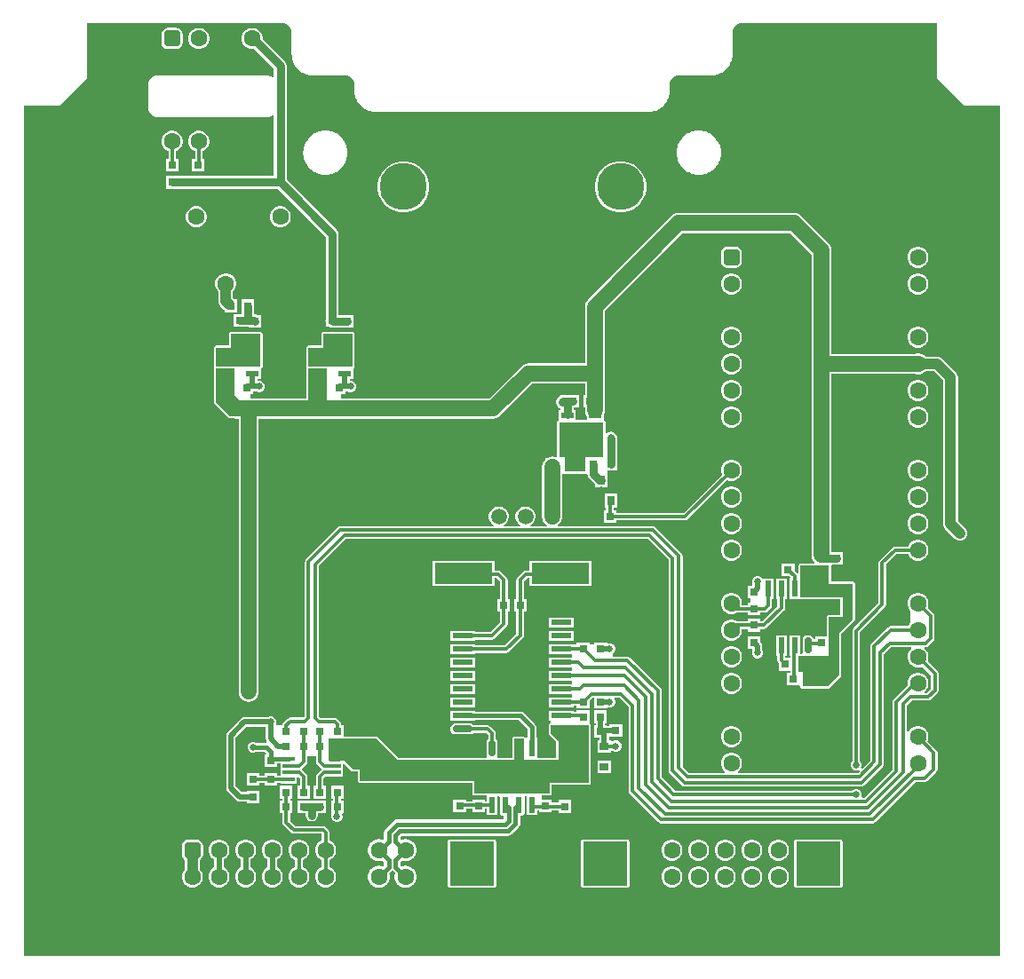
<source format=gbl>
G04*
G04 #@! TF.GenerationSoftware,Altium Limited,Altium Designer,22.1.2 (22)*
G04*
G04 Layer_Physical_Order=2*
G04 Layer_Color=16711680*
%FSAX44Y44*%
%MOMM*%
G71*
G04*
G04 #@! TF.SameCoordinates,D4940EDF-FCE3-461B-A7F8-CC2F5B5D0F8E*
G04*
G04*
G04 #@! TF.FilePolarity,Positive*
G04*
G01*
G75*
%ADD15R,0.8000X0.8000*%
%ADD16R,0.8000X0.8000*%
%ADD17R,0.9500X0.8000*%
%ADD20C,1.0000*%
%ADD21C,1.5000*%
G04:AMPARAMS|DCode=22|XSize=1.5mm|YSize=1.5mm|CornerRadius=0.375mm|HoleSize=0mm|Usage=FLASHONLY|Rotation=0.000|XOffset=0mm|YOffset=0mm|HoleType=Round|Shape=RoundedRectangle|*
%AMROUNDEDRECTD22*
21,1,1.5000,0.7500,0,0,0.0*
21,1,0.7500,1.5000,0,0,0.0*
1,1,0.7500,0.3750,-0.3750*
1,1,0.7500,-0.3750,-0.3750*
1,1,0.7500,-0.3750,0.3750*
1,1,0.7500,0.3750,0.3750*
%
%ADD22ROUNDEDRECTD22*%
%ADD23C,1.6000*%
G04:AMPARAMS|DCode=24|XSize=1.6mm|YSize=1.6mm|CornerRadius=0.4mm|HoleSize=0mm|Usage=FLASHONLY|Rotation=0.000|XOffset=0mm|YOffset=0mm|HoleType=Round|Shape=RoundedRectangle|*
%AMROUNDEDRECTD24*
21,1,1.6000,0.8000,0,0,0.0*
21,1,0.8000,1.6000,0,0,0.0*
1,1,0.8000,0.4000,-0.4000*
1,1,0.8000,-0.4000,-0.4000*
1,1,0.8000,-0.4000,0.4000*
1,1,0.8000,0.4000,0.4000*
%
%ADD24ROUNDEDRECTD24*%
%ADD25O,3.8000X2.9000*%
%ADD26C,4.5000*%
%ADD27C,0.3000*%
%ADD28C,0.5000*%
%ADD29C,1.5000*%
%ADD30C,0.8000*%
%ADD31C,0.4000*%
%ADD32C,0.6500*%
G04:AMPARAMS|DCode=33|XSize=0.6mm|YSize=1.2mm|CornerRadius=0.15mm|HoleSize=0mm|Usage=FLASHONLY|Rotation=90.000|XOffset=0mm|YOffset=0mm|HoleType=Round|Shape=RoundedRectangle|*
%AMROUNDEDRECTD33*
21,1,0.6000,0.9000,0,0,90.0*
21,1,0.3000,1.2000,0,0,90.0*
1,1,0.3000,0.4500,0.1500*
1,1,0.3000,0.4500,-0.1500*
1,1,0.3000,-0.4500,-0.1500*
1,1,0.3000,-0.4500,0.1500*
%
%ADD33ROUNDEDRECTD33*%
%ADD34R,1.2000X0.6000*%
%ADD35R,0.8000X0.9500*%
%ADD36R,1.1500X0.4500*%
G04:AMPARAMS|DCode=37|XSize=1.15mm|YSize=0.45mm|CornerRadius=0.1125mm|HoleSize=0mm|Usage=FLASHONLY|Rotation=180.000|XOffset=0mm|YOffset=0mm|HoleType=Round|Shape=RoundedRectangle|*
%AMROUNDEDRECTD37*
21,1,1.1500,0.2250,0,0,180.0*
21,1,0.9250,0.4500,0,0,180.0*
1,1,0.2250,-0.4625,0.1125*
1,1,0.2250,0.4625,0.1125*
1,1,0.2250,0.4625,-0.1125*
1,1,0.2250,-0.4625,-0.1125*
%
%ADD37ROUNDEDRECTD37*%
%ADD38R,0.6000X1.5500*%
G04:AMPARAMS|DCode=39|XSize=1.55mm|YSize=0.6mm|CornerRadius=0.15mm|HoleSize=0mm|Usage=FLASHONLY|Rotation=270.000|XOffset=0mm|YOffset=0mm|HoleType=Round|Shape=RoundedRectangle|*
%AMROUNDEDRECTD39*
21,1,1.5500,0.3000,0,0,270.0*
21,1,1.2500,0.6000,0,0,270.0*
1,1,0.3000,-0.1500,-0.6250*
1,1,0.3000,-0.1500,0.6250*
1,1,0.3000,0.1500,0.6250*
1,1,0.3000,0.1500,-0.6250*
%
%ADD39ROUNDEDRECTD39*%
%ADD40R,5.5000X2.0000*%
%ADD41R,1.9000X0.6000*%
G04:AMPARAMS|DCode=42|XSize=1.9mm|YSize=0.6mm|CornerRadius=0.15mm|HoleSize=0mm|Usage=FLASHONLY|Rotation=0.000|XOffset=0mm|YOffset=0mm|HoleType=Round|Shape=RoundedRectangle|*
%AMROUNDEDRECTD42*
21,1,1.9000,0.3000,0,0,0.0*
21,1,1.6000,0.6000,0,0,0.0*
1,1,0.3000,0.8000,-0.1500*
1,1,0.3000,-0.8000,-0.1500*
1,1,0.3000,-0.8000,0.1500*
1,1,0.3000,0.8000,0.1500*
%
%ADD42ROUNDEDRECTD42*%
%ADD43C,0.4500*%
%ADD44C,0.7500*%
G36*
X00874902Y00844000D02*
X00875290Y00842049D01*
X00876395Y00840395D01*
X00899395Y00817395D01*
X00901049Y00816290D01*
X00903000Y00815902D01*
X00934902D01*
X00934902Y00005098D01*
X00005098Y00005098D01*
X00005098Y00815902D01*
X00037000Y00815902D01*
X00038951Y00816290D01*
X00040605Y00817395D01*
X00063605Y00840395D01*
X00064710Y00842049D01*
X00065098Y00844000D01*
Y00894902D01*
X00250000Y00894902D01*
X00250975D01*
X00252888Y00894522D01*
X00254690Y00893775D01*
X00256312Y00892691D01*
X00257691Y00891312D01*
X00258775Y00889690D01*
X00259522Y00887888D01*
X00259902Y00885975D01*
X00259902Y00885000D01*
Y00865000D01*
X00259927Y00864875D01*
X00259908Y00864750D01*
X00259981Y00863280D01*
X00260072Y00862913D01*
Y00862535D01*
X00260646Y00859651D01*
X00260838Y00859187D01*
X00260936Y00858695D01*
X00262061Y00855978D01*
X00262340Y00855561D01*
X00262533Y00855097D01*
X00264166Y00852652D01*
X00264521Y00852297D01*
X00264800Y00851879D01*
X00266879Y00849800D01*
X00267297Y00849521D01*
X00267652Y00849166D01*
X00270097Y00847533D01*
X00270561Y00847340D01*
X00270978Y00847061D01*
X00273695Y00845936D01*
X00274187Y00845838D01*
X00274651Y00845646D01*
X00277535Y00845072D01*
X00277913D01*
X00278280Y00844980D01*
X00279750Y00844908D01*
X00279876Y00844927D01*
X00280000Y00844902D01*
X00310975Y00844902D01*
X00312888Y00844522D01*
X00314690Y00843775D01*
X00316312Y00842691D01*
X00317691Y00841312D01*
X00318775Y00839690D01*
X00319522Y00837888D01*
X00319902Y00835975D01*
X00319902Y00835000D01*
Y00830000D01*
X00319927Y00829875D01*
X00319908Y00829750D01*
X00319981Y00828280D01*
X00320072Y00827913D01*
Y00827535D01*
X00320646Y00824651D01*
X00320838Y00824187D01*
X00320936Y00823695D01*
X00322061Y00820978D01*
X00322340Y00820561D01*
X00322533Y00820097D01*
X00324166Y00817652D01*
X00324521Y00817297D01*
X00324800Y00816879D01*
X00326879Y00814800D01*
X00327297Y00814521D01*
X00327652Y00814166D01*
X00330097Y00812533D01*
X00330561Y00812340D01*
X00330978Y00812061D01*
X00333695Y00810936D01*
X00334187Y00810838D01*
X00334651Y00810646D01*
X00337535Y00810072D01*
X00337913D01*
X00338280Y00809980D01*
X00339750Y00809908D01*
X00339875Y00809927D01*
X00340000Y00809902D01*
X00600000D01*
X00600125Y00809927D01*
X00600250Y00809908D01*
X00601720Y00809980D01*
X00602087Y00810072D01*
X00602465D01*
X00605349Y00810646D01*
X00605813Y00810838D01*
X00606305Y00810936D01*
X00609022Y00812061D01*
X00609439Y00812340D01*
X00609903Y00812533D01*
X00612348Y00814166D01*
X00612703Y00814521D01*
X00613121Y00814800D01*
X00615200Y00816879D01*
X00615479Y00817297D01*
X00615834Y00817652D01*
X00617467Y00820097D01*
X00617660Y00820561D01*
X00617939Y00820978D01*
X00619064Y00823695D01*
X00619162Y00824187D01*
X00619354Y00824651D01*
X00619928Y00827535D01*
Y00827913D01*
X00620019Y00828280D01*
X00620092Y00829750D01*
X00620073Y00829875D01*
X00620098Y00830000D01*
Y00835975D01*
X00620478Y00837888D01*
X00621225Y00839690D01*
X00622309Y00841312D01*
X00623688Y00842691D01*
X00625310Y00843775D01*
X00627112Y00844522D01*
X00629025Y00844902D01*
X00630000Y00844902D01*
X00660000Y00844902D01*
X00660125Y00844927D01*
X00660250Y00844908D01*
X00661720Y00844980D01*
X00662087Y00845072D01*
X00662465D01*
X00665349Y00845646D01*
X00665813Y00845838D01*
X00666305Y00845936D01*
X00669022Y00847061D01*
X00669439Y00847340D01*
X00669903Y00847533D01*
X00672348Y00849166D01*
X00672703Y00849521D01*
X00673121Y00849800D01*
X00675200Y00851879D01*
X00675479Y00852297D01*
X00675834Y00852652D01*
X00677467Y00855097D01*
X00677660Y00855561D01*
X00677939Y00855978D01*
X00679064Y00858695D01*
X00679162Y00859187D01*
X00679354Y00859651D01*
X00679928Y00862535D01*
Y00862913D01*
X00680019Y00863280D01*
X00680092Y00864750D01*
X00680073Y00864875D01*
X00680098Y00865000D01*
Y00885975D01*
X00680478Y00887888D01*
X00681225Y00889690D01*
X00682308Y00891312D01*
X00683688Y00892691D01*
X00685310Y00893775D01*
X00687112Y00894522D01*
X00689025Y00894902D01*
X00690000D01*
X00874902Y00894902D01*
X00874902Y00844000D01*
D02*
G37*
%LPC*%
G36*
X00172617Y00890000D02*
X00169984D01*
X00167440Y00889318D01*
X00165160Y00888002D01*
X00163298Y00886140D01*
X00161982Y00883860D01*
X00161300Y00881317D01*
Y00878683D01*
X00161982Y00876140D01*
X00163298Y00873860D01*
X00165160Y00871998D01*
X00167440Y00870682D01*
X00169984Y00870000D01*
X00172617D01*
X00175160Y00870682D01*
X00177440Y00871998D01*
X00179302Y00873860D01*
X00180618Y00876140D01*
X00181300Y00878683D01*
Y00881317D01*
X00180618Y00883860D01*
X00179302Y00886140D01*
X00177440Y00888002D01*
X00175160Y00889318D01*
X00172617Y00890000D01*
D02*
G37*
G36*
X00149900Y00890117D02*
X00141900D01*
X00139559Y00889652D01*
X00137574Y00888326D01*
X00136248Y00886341D01*
X00135782Y00884000D01*
Y00876000D01*
X00136248Y00873659D01*
X00137574Y00871674D01*
X00139559Y00870348D01*
X00141900Y00869883D01*
X00149900D01*
X00152241Y00870348D01*
X00154226Y00871674D01*
X00155552Y00873659D01*
X00156018Y00876000D01*
Y00884000D01*
X00155552Y00886341D01*
X00154226Y00888326D01*
X00152241Y00889652D01*
X00149900Y00890117D01*
D02*
G37*
G36*
X00223417Y00890000D02*
X00220784D01*
X00218240Y00889318D01*
X00215960Y00888002D01*
X00214098Y00886140D01*
X00212782Y00883860D01*
X00212100Y00881317D01*
Y00878683D01*
X00212782Y00876140D01*
X00214098Y00873860D01*
X00215960Y00871998D01*
X00218240Y00870682D01*
X00220784Y00870000D01*
X00223417D01*
X00223994Y00870155D01*
X00242882Y00851266D01*
Y00843194D01*
X00241612Y00842668D01*
X00241437Y00842844D01*
X00239783Y00843949D01*
X00237945Y00844710D01*
X00235994Y00845098D01*
X00132005D01*
X00130055Y00844710D01*
X00128217Y00843949D01*
X00126563Y00842844D01*
X00125156Y00841437D01*
X00124051Y00839783D01*
X00123290Y00837945D01*
X00123290Y00837945D01*
X00123290Y00837945D01*
X00122902Y00835995D01*
X00122902Y00835994D01*
X00122902Y00835994D01*
X00122902Y00835000D01*
Y00814006D01*
X00123290Y00812055D01*
X00124051Y00810217D01*
X00125156Y00808563D01*
X00125156Y00808563D01*
X00126563Y00807157D01*
X00126563Y00807156D01*
X00128217Y00806051D01*
X00130055Y00805290D01*
X00132006Y00804902D01*
X00133000D01*
X00235000Y00804902D01*
X00235994D01*
X00237945Y00805290D01*
X00239783Y00806051D01*
X00241437Y00807156D01*
X00241612Y00807332D01*
X00242882Y00806806D01*
Y00748868D01*
X00146000D01*
X00145409Y00748750D01*
X00140000D01*
Y00743341D01*
X00139882Y00742750D01*
X00140000Y00742159D01*
Y00736750D01*
X00145409D01*
X00146000Y00736633D01*
X00246716D01*
X00292382Y00690966D01*
Y00617000D01*
X00292250D01*
Y00611591D01*
X00292132Y00611000D01*
X00292250Y00610409D01*
Y00605000D01*
X00296057D01*
X00296659Y00604598D01*
X00299000Y00604132D01*
X00313000D01*
X00313591Y00604250D01*
X00319000D01*
Y00609659D01*
X00319118Y00610250D01*
X00319000Y00610841D01*
Y00616250D01*
X00313591D01*
X00313000Y00616367D01*
X00304618D01*
Y00693500D01*
X00304152Y00695841D01*
X00302826Y00697826D01*
X00255117Y00745534D01*
Y00853800D01*
X00254652Y00856141D01*
X00253326Y00858126D01*
X00232100Y00879352D01*
Y00881317D01*
X00231418Y00883860D01*
X00230102Y00886140D01*
X00228240Y00888002D01*
X00225960Y00889318D01*
X00223417Y00890000D01*
D02*
G37*
G36*
X00172617Y00792000D02*
X00169984D01*
X00167440Y00791319D01*
X00165160Y00790002D01*
X00163298Y00788140D01*
X00161982Y00785860D01*
X00161300Y00783316D01*
Y00780684D01*
X00161982Y00778140D01*
X00163298Y00775860D01*
X00165160Y00773998D01*
X00167440Y00772682D01*
X00167731Y00772604D01*
Y00765250D01*
X00165000D01*
Y00753250D01*
X00177000D01*
Y00765250D01*
X00174869D01*
Y00772604D01*
X00175160Y00772682D01*
X00177440Y00773998D01*
X00179302Y00775860D01*
X00180618Y00778140D01*
X00181300Y00780684D01*
Y00783316D01*
X00180618Y00785860D01*
X00179302Y00788140D01*
X00177440Y00790002D01*
X00175160Y00791319D01*
X00172617Y00792000D01*
D02*
G37*
G36*
X00147217D02*
X00144584D01*
X00142040Y00791319D01*
X00139760Y00790002D01*
X00137898Y00788140D01*
X00136581Y00785860D01*
X00135900Y00783316D01*
Y00780684D01*
X00136581Y00778140D01*
X00137898Y00775860D01*
X00139760Y00773998D01*
X00142040Y00772682D01*
X00142331Y00772604D01*
Y00765250D01*
X00140000D01*
Y00753250D01*
X00152000D01*
Y00765250D01*
X00149469D01*
Y00772604D01*
X00149760Y00772682D01*
X00152040Y00773998D01*
X00153902Y00775860D01*
X00155218Y00778140D01*
X00155900Y00780684D01*
Y00783316D01*
X00155218Y00785860D01*
X00153902Y00788140D01*
X00152040Y00790002D01*
X00149760Y00791319D01*
X00147217Y00792000D01*
D02*
G37*
G36*
X00649576Y00792098D02*
X00646424D01*
X00645932Y00792000D01*
X00645430D01*
X00642338Y00791385D01*
X00641874Y00791193D01*
X00641382Y00791095D01*
X00638470Y00789889D01*
X00638053Y00789610D01*
X00637589Y00789418D01*
X00634968Y00787667D01*
X00634613Y00787312D01*
X00634196Y00787033D01*
X00631967Y00784804D01*
X00631688Y00784387D01*
X00631333Y00784032D01*
X00629582Y00781411D01*
X00629390Y00780947D01*
X00629111Y00780530D01*
X00627905Y00777618D01*
X00627807Y00777125D01*
X00627615Y00776662D01*
X00627000Y00773570D01*
Y00773068D01*
X00626902Y00772576D01*
Y00769424D01*
X00627000Y00768932D01*
Y00768430D01*
X00627615Y00765338D01*
X00627807Y00764874D01*
X00627905Y00764382D01*
X00629111Y00761470D01*
X00629390Y00761053D01*
X00629582Y00760589D01*
X00631333Y00757968D01*
X00631688Y00757613D01*
X00631967Y00757196D01*
X00634196Y00754967D01*
X00634613Y00754688D01*
X00634968Y00754333D01*
X00637589Y00752582D01*
X00638053Y00752390D01*
X00638470Y00752111D01*
X00641382Y00750905D01*
X00641874Y00750807D01*
X00642338Y00750615D01*
X00645430Y00750000D01*
X00645932D01*
X00646424Y00749902D01*
X00649576D01*
X00650068Y00750000D01*
X00650570D01*
X00653661Y00750615D01*
X00654125Y00750807D01*
X00654618Y00750905D01*
X00657530Y00752111D01*
X00657947Y00752390D01*
X00658411Y00752582D01*
X00661032Y00754333D01*
X00661387Y00754688D01*
X00661804Y00754967D01*
X00664033Y00757196D01*
X00664312Y00757613D01*
X00664667Y00757968D01*
X00666418Y00760589D01*
X00666610Y00761053D01*
X00666889Y00761470D01*
X00668095Y00764382D01*
X00668193Y00764875D01*
X00668385Y00765338D01*
X00669000Y00768430D01*
Y00768932D01*
X00669098Y00769424D01*
Y00772576D01*
X00669000Y00773068D01*
Y00773570D01*
X00668385Y00776662D01*
X00668193Y00777125D01*
X00668095Y00777618D01*
X00666889Y00780530D01*
X00666610Y00780947D01*
X00666418Y00781411D01*
X00664667Y00784032D01*
X00664312Y00784387D01*
X00664033Y00784804D01*
X00661804Y00787033D01*
X00661387Y00787312D01*
X00661032Y00787667D01*
X00658411Y00789418D01*
X00657947Y00789610D01*
X00657530Y00789889D01*
X00654618Y00791095D01*
X00654125Y00791193D01*
X00653662Y00791385D01*
X00650570Y00792000D01*
X00650068D01*
X00649576Y00792098D01*
D02*
G37*
G36*
X00293576D02*
X00290424D01*
X00289932Y00792000D01*
X00289429D01*
X00286338Y00791385D01*
X00285875Y00791193D01*
X00285382Y00791095D01*
X00282470Y00789889D01*
X00282053Y00789610D01*
X00281589Y00789418D01*
X00278968Y00787667D01*
X00278613Y00787312D01*
X00278196Y00787033D01*
X00275967Y00784804D01*
X00275688Y00784387D01*
X00275333Y00784032D01*
X00273582Y00781411D01*
X00273390Y00780947D01*
X00273111Y00780530D01*
X00271905Y00777618D01*
X00271807Y00777125D01*
X00271615Y00776662D01*
X00271000Y00773570D01*
Y00773068D01*
X00270902Y00772576D01*
Y00769424D01*
X00271000Y00768932D01*
Y00768430D01*
X00271615Y00765338D01*
X00271807Y00764874D01*
X00271905Y00764382D01*
X00273111Y00761470D01*
X00273390Y00761053D01*
X00273582Y00760589D01*
X00275333Y00757968D01*
X00275688Y00757613D01*
X00275967Y00757196D01*
X00278196Y00754967D01*
X00278613Y00754688D01*
X00278968Y00754333D01*
X00281589Y00752582D01*
X00282053Y00752390D01*
X00282470Y00752111D01*
X00285382Y00750905D01*
X00285875Y00750807D01*
X00286338Y00750615D01*
X00289429Y00750000D01*
X00289932D01*
X00290424Y00749902D01*
X00293576D01*
X00294068Y00750000D01*
X00294570D01*
X00297661Y00750615D01*
X00298125Y00750807D01*
X00298618Y00750905D01*
X00301530Y00752111D01*
X00301947Y00752390D01*
X00302411Y00752582D01*
X00305032Y00754333D01*
X00305387Y00754688D01*
X00305804Y00754967D01*
X00308033Y00757196D01*
X00308312Y00757613D01*
X00308667Y00757968D01*
X00310418Y00760589D01*
X00310610Y00761053D01*
X00310889Y00761470D01*
X00312095Y00764382D01*
X00312193Y00764875D01*
X00312385Y00765338D01*
X00313000Y00768430D01*
Y00768932D01*
X00313098Y00769424D01*
Y00772576D01*
X00313000Y00773068D01*
Y00773570D01*
X00312385Y00776662D01*
X00312193Y00777125D01*
X00312095Y00777618D01*
X00310889Y00780530D01*
X00310610Y00780947D01*
X00310418Y00781411D01*
X00308667Y00784032D01*
X00308312Y00784387D01*
X00308033Y00784804D01*
X00305804Y00787033D01*
X00305387Y00787312D01*
X00305032Y00787667D01*
X00302411Y00789418D01*
X00301947Y00789610D01*
X00301530Y00789889D01*
X00298618Y00791095D01*
X00298125Y00791193D01*
X00297661Y00791385D01*
X00294570Y00792000D01*
X00294068D01*
X00293576Y00792098D01*
D02*
G37*
G36*
X00575913Y00762999D02*
X00571087D01*
X00566354Y00762058D01*
X00561895Y00760211D01*
X00557882Y00757530D01*
X00554470Y00754117D01*
X00551788Y00750105D01*
X00549941Y00745646D01*
X00549000Y00740913D01*
Y00736087D01*
X00549941Y00731353D01*
X00551788Y00726894D01*
X00554470Y00722882D01*
X00557882Y00719469D01*
X00561895Y00716788D01*
X00566354Y00714941D01*
X00571087Y00713999D01*
X00575913D01*
X00580646Y00714941D01*
X00585105Y00716788D01*
X00589118Y00719469D01*
X00592530Y00722882D01*
X00595212Y00726894D01*
X00597058Y00731353D01*
X00598000Y00736087D01*
Y00740913D01*
X00597058Y00745646D01*
X00595212Y00750105D01*
X00592530Y00754117D01*
X00589118Y00757530D01*
X00585105Y00760211D01*
X00580646Y00762058D01*
X00575913Y00762999D01*
D02*
G37*
G36*
X00368913D02*
X00364087D01*
X00359354Y00762058D01*
X00354895Y00760211D01*
X00350882Y00757530D01*
X00347470Y00754117D01*
X00344788Y00750105D01*
X00342942Y00745646D01*
X00342000Y00740913D01*
Y00736087D01*
X00342942Y00731353D01*
X00344788Y00726894D01*
X00347470Y00722882D01*
X00350882Y00719469D01*
X00354895Y00716788D01*
X00359354Y00714941D01*
X00364087Y00713999D01*
X00368913D01*
X00373646Y00714941D01*
X00378105Y00716788D01*
X00382118Y00719469D01*
X00385530Y00722882D01*
X00388212Y00726894D01*
X00390059Y00731353D01*
X00391000Y00736087D01*
Y00740913D01*
X00390059Y00745646D01*
X00388212Y00750105D01*
X00385530Y00754117D01*
X00382118Y00757530D01*
X00378105Y00760211D01*
X00373646Y00762058D01*
X00368913Y00762999D01*
D02*
G37*
G36*
X00250317Y00720000D02*
X00247684D01*
X00245140Y00719318D01*
X00242860Y00718002D01*
X00240998Y00716140D01*
X00239681Y00713860D01*
X00239000Y00711316D01*
Y00708683D01*
X00239681Y00706140D01*
X00240998Y00703860D01*
X00242860Y00701998D01*
X00245140Y00700681D01*
X00247684Y00700000D01*
X00250317D01*
X00252860Y00700681D01*
X00255140Y00701998D01*
X00257002Y00703860D01*
X00258319Y00706140D01*
X00259000Y00708683D01*
Y00711316D01*
X00258319Y00713860D01*
X00257002Y00716140D01*
X00255140Y00718002D01*
X00252860Y00719318D01*
X00250317Y00720000D01*
D02*
G37*
G36*
X00170317D02*
X00167684D01*
X00165140Y00719318D01*
X00162860Y00718002D01*
X00160998Y00716140D01*
X00159682Y00713860D01*
X00159000Y00711316D01*
Y00708683D01*
X00159682Y00706140D01*
X00160998Y00703860D01*
X00162860Y00701998D01*
X00165140Y00700681D01*
X00167684Y00700000D01*
X00170317D01*
X00172860Y00700681D01*
X00175140Y00701998D01*
X00177002Y00703860D01*
X00178319Y00706140D01*
X00179000Y00708683D01*
Y00711316D01*
X00178319Y00713860D01*
X00177002Y00716140D01*
X00175140Y00718002D01*
X00172860Y00719318D01*
X00170317Y00720000D01*
D02*
G37*
G36*
X00858216Y00681300D02*
X00855583D01*
X00853040Y00680619D01*
X00850760Y00679302D01*
X00848898Y00677440D01*
X00847581Y00675160D01*
X00846900Y00672617D01*
Y00669984D01*
X00847581Y00667440D01*
X00848898Y00665160D01*
X00850760Y00663298D01*
X00853040Y00661982D01*
X00855583Y00661300D01*
X00858216D01*
X00860760Y00661982D01*
X00863040Y00663298D01*
X00864902Y00665160D01*
X00866218Y00667440D01*
X00866900Y00669984D01*
Y00672617D01*
X00866218Y00675160D01*
X00864902Y00677440D01*
X00863040Y00679302D01*
X00860760Y00680619D01*
X00858216Y00681300D01*
D02*
G37*
G36*
X00683100Y00681418D02*
X00675100D01*
X00672759Y00680952D01*
X00670774Y00679626D01*
X00669448Y00677641D01*
X00668982Y00675300D01*
Y00667300D01*
X00669448Y00664959D01*
X00670774Y00662974D01*
X00672759Y00661648D01*
X00675100Y00661182D01*
X00683100D01*
X00685441Y00661648D01*
X00687426Y00662974D01*
X00688752Y00664959D01*
X00689218Y00667300D01*
Y00675300D01*
X00688752Y00677641D01*
X00687426Y00679626D01*
X00685441Y00680952D01*
X00683100Y00681418D01*
D02*
G37*
G36*
X00680417Y00655900D02*
X00677784D01*
X00675240Y00655219D01*
X00672960Y00653902D01*
X00671098Y00652040D01*
X00669781Y00649760D01*
X00669100Y00647217D01*
Y00644584D01*
X00669781Y00642040D01*
X00671098Y00639760D01*
X00672960Y00637898D01*
X00675240Y00636582D01*
X00677784Y00635900D01*
X00680417D01*
X00682960Y00636582D01*
X00685240Y00637898D01*
X00687102Y00639760D01*
X00688419Y00642040D01*
X00689100Y00644584D01*
Y00647217D01*
X00688419Y00649760D01*
X00687102Y00652040D01*
X00685240Y00653902D01*
X00682960Y00655219D01*
X00680417Y00655900D01*
D02*
G37*
G36*
X00858216Y00655900D02*
X00855583D01*
X00853040Y00655219D01*
X00850760Y00653902D01*
X00848898Y00652040D01*
X00847581Y00649760D01*
X00846900Y00647217D01*
Y00644584D01*
X00847581Y00642040D01*
X00848898Y00639760D01*
X00850760Y00637898D01*
X00853040Y00636581D01*
X00855583Y00635900D01*
X00858216D01*
X00860760Y00636581D01*
X00863040Y00637898D01*
X00864902Y00639760D01*
X00866218Y00642040D01*
X00866900Y00644584D01*
Y00647217D01*
X00866218Y00649760D01*
X00864902Y00652040D01*
X00863040Y00653902D01*
X00860760Y00655219D01*
X00858216Y00655900D01*
D02*
G37*
G36*
X00198316Y00656000D02*
X00195683D01*
X00193140Y00655319D01*
X00190860Y00654002D01*
X00188998Y00652140D01*
X00187682Y00649860D01*
X00187000Y00647317D01*
Y00644684D01*
X00187682Y00642140D01*
X00188998Y00639860D01*
X00189940Y00638918D01*
Y00629750D01*
X00190180Y00627923D01*
X00190886Y00626220D01*
X00192008Y00624757D01*
X00195620Y00621145D01*
X00195750Y00621045D01*
Y00619000D01*
X00207750D01*
Y00631000D01*
X00205705D01*
X00205605Y00631130D01*
X00204060Y00632674D01*
Y00638918D01*
X00205002Y00639860D01*
X00206318Y00642140D01*
X00207000Y00644684D01*
Y00647317D01*
X00206318Y00649860D01*
X00205002Y00652140D01*
X00203140Y00654002D01*
X00200860Y00655319D01*
X00198316Y00656000D01*
D02*
G37*
G36*
X00218250Y00631118D02*
X00217659Y00631000D01*
X00212250D01*
Y00625591D01*
X00212132Y00625000D01*
Y00617118D01*
X00210250D01*
X00209659Y00617000D01*
X00204250D01*
Y00611591D01*
X00204132Y00611000D01*
X00204250Y00610409D01*
Y00605000D01*
X00209659D01*
X00210250Y00604883D01*
X00219000D01*
Y00604250D01*
X00224409D01*
X00225000Y00604132D01*
X00225591Y00604250D01*
X00231000D01*
Y00609659D01*
X00231117Y00610250D01*
X00231000Y00610841D01*
Y00616250D01*
X00227193D01*
X00226591Y00616652D01*
X00224368Y00617094D01*
Y00625000D01*
X00224250Y00625591D01*
Y00631000D01*
X00218841D01*
X00218250Y00631118D01*
D02*
G37*
G36*
X00858217Y00605100D02*
X00855583D01*
X00853040Y00604419D01*
X00850760Y00603102D01*
X00848898Y00601240D01*
X00847581Y00598960D01*
X00846900Y00596417D01*
Y00593783D01*
X00847581Y00591240D01*
X00848898Y00588960D01*
X00850760Y00587098D01*
X00853040Y00585782D01*
X00855583Y00585100D01*
X00858217D01*
X00860760Y00585782D01*
X00863040Y00587098D01*
X00864902Y00588960D01*
X00866218Y00591240D01*
X00866900Y00593783D01*
Y00596417D01*
X00866218Y00598960D01*
X00864902Y00601240D01*
X00863040Y00603102D01*
X00860760Y00604419D01*
X00858217Y00605100D01*
D02*
G37*
G36*
X00680416Y00605100D02*
X00677784D01*
X00675240Y00604418D01*
X00672960Y00603102D01*
X00671098Y00601240D01*
X00669781Y00598960D01*
X00669100Y00596417D01*
Y00593783D01*
X00669781Y00591240D01*
X00671098Y00588960D01*
X00672960Y00587098D01*
X00675240Y00585782D01*
X00677784Y00585100D01*
X00680416D01*
X00682960Y00585782D01*
X00685240Y00587098D01*
X00687102Y00588960D01*
X00688419Y00591240D01*
X00689100Y00593783D01*
Y00596417D01*
X00688419Y00598960D01*
X00687102Y00601240D01*
X00685240Y00603102D01*
X00682960Y00604418D01*
X00680416Y00605100D01*
D02*
G37*
G36*
X00680417Y00579700D02*
X00677784D01*
X00675240Y00579019D01*
X00672960Y00577702D01*
X00671098Y00575840D01*
X00669781Y00573560D01*
X00669100Y00571017D01*
Y00568383D01*
X00669781Y00565840D01*
X00671098Y00563560D01*
X00672960Y00561698D01*
X00675240Y00560382D01*
X00677784Y00559700D01*
X00680417D01*
X00682960Y00560382D01*
X00685240Y00561698D01*
X00687102Y00563560D01*
X00688419Y00565840D01*
X00689100Y00568383D01*
Y00571017D01*
X00688419Y00573560D01*
X00687102Y00575840D01*
X00685240Y00577702D01*
X00682960Y00579019D01*
X00680417Y00579700D01*
D02*
G37*
G36*
X00858216Y00554300D02*
X00855583D01*
X00853040Y00553619D01*
X00850760Y00552302D01*
X00848898Y00550440D01*
X00847581Y00548160D01*
X00846900Y00545617D01*
Y00542984D01*
X00847581Y00540440D01*
X00848898Y00538160D01*
X00850760Y00536298D01*
X00853040Y00534981D01*
X00855583Y00534300D01*
X00858216D01*
X00860760Y00534981D01*
X00863040Y00536298D01*
X00864902Y00538160D01*
X00866218Y00540440D01*
X00866900Y00542984D01*
Y00545617D01*
X00866218Y00548160D01*
X00864902Y00550440D01*
X00863040Y00552302D01*
X00860760Y00553619D01*
X00858216Y00554300D01*
D02*
G37*
G36*
X00680416D02*
X00677784D01*
X00675240Y00553619D01*
X00672960Y00552302D01*
X00671098Y00550440D01*
X00669781Y00548160D01*
X00669100Y00545617D01*
Y00542984D01*
X00669781Y00540440D01*
X00671098Y00538160D01*
X00672960Y00536298D01*
X00675240Y00534981D01*
X00677784Y00534300D01*
X00680416D01*
X00682960Y00534981D01*
X00685240Y00536298D01*
X00687102Y00538160D01*
X00688419Y00540440D01*
X00689100Y00542984D01*
Y00545617D01*
X00688419Y00548160D01*
X00687102Y00550440D01*
X00685240Y00552302D01*
X00682960Y00553619D01*
X00680416Y00554300D01*
D02*
G37*
G36*
X00858216Y00528900D02*
X00855583D01*
X00853040Y00528218D01*
X00850760Y00526902D01*
X00848898Y00525040D01*
X00847581Y00522760D01*
X00846900Y00520216D01*
Y00517584D01*
X00847581Y00515040D01*
X00848898Y00512760D01*
X00850760Y00510898D01*
X00853040Y00509581D01*
X00855583Y00508900D01*
X00858216D01*
X00860760Y00509581D01*
X00863040Y00510898D01*
X00864902Y00512760D01*
X00866218Y00515040D01*
X00866900Y00517584D01*
Y00520216D01*
X00866218Y00522760D01*
X00864902Y00525040D01*
X00863040Y00526902D01*
X00860760Y00528218D01*
X00858216Y00528900D01*
D02*
G37*
G36*
X00680417D02*
X00677784D01*
X00675240Y00528218D01*
X00672960Y00526902D01*
X00671098Y00525040D01*
X00669781Y00522760D01*
X00669100Y00520216D01*
Y00517584D01*
X00669781Y00515040D01*
X00671098Y00512760D01*
X00672960Y00510898D01*
X00675240Y00509581D01*
X00677784Y00508900D01*
X00680417D01*
X00682960Y00509581D01*
X00685240Y00510898D01*
X00687102Y00512760D01*
X00688419Y00515040D01*
X00689100Y00517584D01*
Y00520216D01*
X00688419Y00522760D01*
X00687102Y00525040D01*
X00685240Y00526902D01*
X00682960Y00528218D01*
X00680417Y00528900D01*
D02*
G37*
G36*
X00858217Y00478100D02*
X00855583D01*
X00853040Y00477419D01*
X00850760Y00476102D01*
X00848898Y00474240D01*
X00847581Y00471960D01*
X00846900Y00469417D01*
Y00466783D01*
X00847581Y00464240D01*
X00848898Y00461960D01*
X00850760Y00460098D01*
X00853040Y00458782D01*
X00855583Y00458100D01*
X00858217D01*
X00860760Y00458782D01*
X00863040Y00460098D01*
X00864902Y00461960D01*
X00866218Y00464240D01*
X00866900Y00466783D01*
Y00469417D01*
X00866218Y00471960D01*
X00864902Y00474240D01*
X00863040Y00476102D01*
X00860760Y00477419D01*
X00858217Y00478100D01*
D02*
G37*
G36*
X00680416D02*
X00677784D01*
X00675240Y00477419D01*
X00672960Y00476102D01*
X00671098Y00474240D01*
X00669781Y00471960D01*
X00669100Y00469417D01*
Y00466783D01*
X00669781Y00464240D01*
X00669932Y00463979D01*
X00633522Y00427569D01*
X00569250D01*
Y00430000D01*
X00566819D01*
Y00432250D01*
X00570500D01*
Y00445750D01*
X00558500D01*
Y00432250D01*
X00559681D01*
Y00430000D01*
X00557250D01*
Y00418000D01*
X00569250D01*
Y00420432D01*
X00635000D01*
X00636366Y00420703D01*
X00637523Y00421477D01*
X00674979Y00458932D01*
X00675240Y00458782D01*
X00677784Y00458100D01*
X00680416D01*
X00682960Y00458782D01*
X00685240Y00460098D01*
X00687102Y00461960D01*
X00688419Y00464240D01*
X00689100Y00466783D01*
Y00469417D01*
X00688419Y00471960D01*
X00687102Y00474240D01*
X00685240Y00476102D01*
X00682960Y00477419D01*
X00680416Y00478100D01*
D02*
G37*
G36*
Y00452700D02*
X00677784D01*
X00675240Y00452019D01*
X00672960Y00450702D01*
X00671098Y00448840D01*
X00669781Y00446560D01*
X00669100Y00444017D01*
Y00441384D01*
X00669781Y00438840D01*
X00671098Y00436560D01*
X00672960Y00434698D01*
X00675240Y00433382D01*
X00677784Y00432700D01*
X00680416D01*
X00682960Y00433382D01*
X00685240Y00434698D01*
X00687102Y00436560D01*
X00688419Y00438840D01*
X00689100Y00441384D01*
Y00444017D01*
X00688419Y00446560D01*
X00687102Y00448840D01*
X00685240Y00450702D01*
X00682960Y00452019D01*
X00680416Y00452700D01*
D02*
G37*
G36*
X00858216Y00452700D02*
X00855583D01*
X00853040Y00452019D01*
X00850760Y00450702D01*
X00848898Y00448840D01*
X00847581Y00446560D01*
X00846900Y00444017D01*
Y00441384D01*
X00847581Y00438840D01*
X00848898Y00436560D01*
X00850760Y00434698D01*
X00853040Y00433382D01*
X00855583Y00432700D01*
X00858216D01*
X00860760Y00433382D01*
X00863040Y00434698D01*
X00864902Y00436560D01*
X00866218Y00438840D01*
X00866900Y00441384D01*
Y00444017D01*
X00866218Y00446560D01*
X00864902Y00448840D01*
X00863040Y00450702D01*
X00860760Y00452019D01*
X00858216Y00452700D01*
D02*
G37*
G36*
X00680417Y00427300D02*
X00677784D01*
X00675240Y00426619D01*
X00672960Y00425302D01*
X00671098Y00423440D01*
X00669781Y00421160D01*
X00669100Y00418617D01*
Y00415984D01*
X00669781Y00413440D01*
X00671098Y00411160D01*
X00672960Y00409298D01*
X00675240Y00407982D01*
X00677784Y00407300D01*
X00680417D01*
X00682960Y00407982D01*
X00685240Y00409298D01*
X00687102Y00411160D01*
X00688419Y00413440D01*
X00689100Y00415984D01*
Y00418617D01*
X00688419Y00421160D01*
X00687102Y00423440D01*
X00685240Y00425302D01*
X00682960Y00426619D01*
X00680417Y00427300D01*
D02*
G37*
G36*
X00858216Y00427300D02*
X00855583D01*
X00853040Y00426618D01*
X00850760Y00425302D01*
X00848898Y00423440D01*
X00847581Y00421160D01*
X00846900Y00418617D01*
Y00415984D01*
X00847581Y00413440D01*
X00848898Y00411160D01*
X00850760Y00409298D01*
X00853040Y00407981D01*
X00855583Y00407300D01*
X00858216D01*
X00860760Y00407981D01*
X00863040Y00409298D01*
X00864902Y00411160D01*
X00866218Y00413440D01*
X00866900Y00415984D01*
Y00418617D01*
X00866218Y00421160D01*
X00864902Y00423440D01*
X00863040Y00425302D01*
X00860760Y00426618D01*
X00858216Y00427300D01*
D02*
G37*
G36*
X00739000Y00713582D02*
X00629000D01*
X00626520Y00713255D01*
X00624209Y00712298D01*
X00622225Y00710776D01*
X00542225Y00630775D01*
X00540702Y00628791D01*
X00539744Y00626480D01*
X00539418Y00624000D01*
Y00570082D01*
X00485500D01*
X00483020Y00569756D01*
X00480709Y00568798D01*
X00478725Y00567275D01*
X00448031Y00536582D01*
X00307000D01*
Y00541000D01*
X00311250D01*
Y00543412D01*
X00313358D01*
X00314956Y00542750D01*
X00317044D01*
X00318974Y00543549D01*
X00320451Y00545026D01*
X00321250Y00546956D01*
Y00549044D01*
X00320451Y00550974D01*
X00318974Y00552451D01*
X00317044Y00553250D01*
X00315088D01*
Y00555500D01*
X00318500D01*
Y00565060D01*
X00318780Y00565116D01*
X00319442Y00565558D01*
X00319884Y00566220D01*
X00320039Y00567000D01*
Y00598000D01*
X00319884Y00598780D01*
X00319442Y00599442D01*
X00319000Y00599737D01*
Y00599750D01*
X00318981D01*
X00318780Y00599884D01*
X00318000Y00600039D01*
X00290000D01*
X00289220Y00599884D01*
X00288558Y00599442D01*
X00288116Y00598780D01*
X00287961Y00598000D01*
Y00587039D01*
X00276000D01*
X00275220Y00586884D01*
X00274558Y00586442D01*
X00274116Y00585780D01*
X00273961Y00585000D01*
Y00567039D01*
X00274116Y00566259D01*
X00274276Y00566020D01*
X00274116Y00565780D01*
X00273961Y00565000D01*
Y00536582D01*
X00221000D01*
Y00541000D01*
X00223250D01*
Y00543412D01*
X00226358D01*
X00227956Y00542750D01*
X00230044D01*
X00231974Y00543549D01*
X00233451Y00545026D01*
X00234250Y00546956D01*
Y00549044D01*
X00233451Y00550974D01*
X00231974Y00552451D01*
X00230044Y00553250D01*
X00227956D01*
X00227088Y00553830D01*
Y00555500D01*
X00230500D01*
Y00565060D01*
X00230780Y00565116D01*
X00231442Y00565558D01*
X00231884Y00566220D01*
X00232039Y00567000D01*
Y00598000D01*
X00231884Y00598780D01*
X00231442Y00599442D01*
X00231000Y00599737D01*
Y00599750D01*
X00230981D01*
X00230780Y00599884D01*
X00230000Y00600039D01*
X00202000D01*
X00201220Y00599884D01*
X00200558Y00599442D01*
X00200116Y00598780D01*
X00199961Y00598000D01*
Y00587039D01*
X00188000D01*
X00187220Y00586884D01*
X00186558Y00586442D01*
X00186116Y00585780D01*
X00185961Y00585000D01*
Y00567039D01*
X00186116Y00566259D01*
X00186276Y00566020D01*
X00186116Y00565780D01*
X00185961Y00565000D01*
Y00554325D01*
X00185918Y00554000D01*
Y00538500D01*
X00185961Y00538175D01*
Y00533000D01*
X00185961Y00533000D01*
X00186116Y00532220D01*
X00186558Y00531558D01*
X00186558Y00531558D01*
X00199558Y00518558D01*
X00200220Y00518116D01*
X00201000Y00517961D01*
X00203998D01*
X00204520Y00517744D01*
X00207000Y00517418D01*
X00209418D01*
Y00293000D01*
X00209418Y00293000D01*
Y00281000D01*
Y00269000D01*
Y00257000D01*
X00209744Y00254520D01*
X00210702Y00252209D01*
X00212225Y00250224D01*
X00214209Y00248702D01*
X00216520Y00247745D01*
X00219000Y00247418D01*
X00221480Y00247745D01*
X00223791Y00248702D01*
X00225775Y00250224D01*
X00227298Y00252209D01*
X00228255Y00254520D01*
X00228582Y00257000D01*
Y00269000D01*
Y00281000D01*
Y00293000D01*
X00228582Y00293000D01*
Y00517418D01*
X00452000D01*
X00454480Y00517744D01*
X00456791Y00518702D01*
X00458775Y00520224D01*
X00489469Y00550918D01*
X00539418D01*
Y00540000D01*
X00538250D01*
Y00528000D01*
X00539418D01*
Y00525209D01*
X00539744Y00522729D01*
X00540702Y00520418D01*
X00541500Y00519378D01*
Y00516039D01*
X00530500D01*
Y00525500D01*
X00528618D01*
Y00528000D01*
X00533750D01*
Y00533409D01*
X00533868Y00534000D01*
X00533750Y00534591D01*
Y00540000D01*
X00528341D01*
X00527750Y00540117D01*
X00519000D01*
X00516659Y00539652D01*
X00514674Y00538326D01*
X00513674Y00537326D01*
X00512348Y00535341D01*
X00511883Y00533000D01*
X00512348Y00530659D01*
X00513674Y00528674D01*
X00515659Y00527348D01*
X00516382Y00527204D01*
Y00525500D01*
X00514500D01*
Y00515940D01*
X00514220Y00515884D01*
X00513558Y00515442D01*
X00513116Y00514780D01*
X00512961Y00514000D01*
Y00481266D01*
X00512379Y00480690D01*
X00511790Y00480377D01*
X00510580Y00480878D01*
X00508100Y00481204D01*
X00505620Y00480878D01*
X00503501Y00480000D01*
X00501750D01*
Y00478724D01*
X00501325Y00478398D01*
X00499802Y00476413D01*
X00498844Y00474103D01*
X00498518Y00471623D01*
Y00423999D01*
X00498600Y00423377D01*
Y00422749D01*
X00498763Y00422142D01*
X00498844Y00421520D01*
X00499085Y00420939D01*
X00499247Y00420333D01*
X00499561Y00419789D01*
X00499802Y00419209D01*
X00500184Y00418710D01*
X00500498Y00418166D01*
X00500942Y00417722D01*
X00501325Y00417224D01*
X00501823Y00416842D01*
X00502267Y00416398D01*
X00502811Y00416084D01*
X00503130Y00415839D01*
X00503064Y00415173D01*
X00502782Y00414569D01*
X00487905D01*
X00487565Y00415839D01*
X00488533Y00416398D01*
X00490302Y00418166D01*
X00491553Y00420333D01*
X00492200Y00422749D01*
Y00425250D01*
X00491553Y00427666D01*
X00490302Y00429833D01*
X00488533Y00431601D01*
X00486367Y00432852D01*
X00483951Y00433499D01*
X00481449D01*
X00479033Y00432852D01*
X00476867Y00431601D01*
X00475098Y00429833D01*
X00473847Y00427666D01*
X00473200Y00425250D01*
Y00422749D01*
X00473847Y00420333D01*
X00475098Y00418166D01*
X00476867Y00416398D01*
X00477835Y00415839D01*
X00477495Y00414569D01*
X00462505D01*
X00462165Y00415839D01*
X00463133Y00416398D01*
X00464902Y00418166D01*
X00466153Y00420333D01*
X00466800Y00422749D01*
Y00425250D01*
X00466153Y00427666D01*
X00464902Y00429833D01*
X00463133Y00431601D01*
X00460967Y00432852D01*
X00458551Y00433499D01*
X00456049D01*
X00453633Y00432852D01*
X00451467Y00431601D01*
X00449698Y00429833D01*
X00448447Y00427666D01*
X00447800Y00425250D01*
Y00422749D01*
X00448447Y00420333D01*
X00449698Y00418166D01*
X00451467Y00416398D01*
X00452435Y00415839D01*
X00452095Y00414569D01*
X00306515D01*
X00305149Y00414297D01*
X00303991Y00413523D01*
X00273477Y00383009D01*
X00272703Y00381851D01*
X00272431Y00380485D01*
Y00233478D01*
X00271147Y00232194D01*
X00258625D01*
X00257259Y00231922D01*
X00256102Y00231148D01*
X00252227Y00227273D01*
X00251453Y00226116D01*
X00251231Y00225000D01*
X00248750D01*
Y00225000D01*
X00245815D01*
X00244959Y00226253D01*
X00245250Y00226956D01*
Y00229044D01*
X00244451Y00230974D01*
X00242974Y00232451D01*
X00241044Y00233250D01*
X00238956D01*
X00237358Y00232588D01*
X00215000D01*
X00213244Y00232239D01*
X00211756Y00231244D01*
X00198756Y00218244D01*
X00197761Y00216756D01*
X00197412Y00215000D01*
Y00165000D01*
X00197761Y00163244D01*
X00198756Y00161756D01*
X00207006Y00153506D01*
X00208494Y00152511D01*
X00210250Y00152162D01*
X00217000D01*
Y00150750D01*
X00229000D01*
Y00162750D01*
X00217000D01*
Y00161338D01*
X00212150D01*
X00206588Y00166901D01*
Y00213099D01*
X00216901Y00223412D01*
X00235412D01*
Y00212000D01*
X00235761Y00210244D01*
X00236211Y00209571D01*
X00236175Y00209360D01*
X00235511Y00208333D01*
X00226091D01*
X00225974Y00208451D01*
X00224044Y00209250D01*
X00221956D01*
X00220026Y00208451D01*
X00218549Y00206974D01*
X00217750Y00205044D01*
Y00202956D01*
X00218549Y00201026D01*
X00220026Y00199549D01*
X00221956Y00198750D01*
X00224044D01*
X00225974Y00199549D01*
X00226091Y00199667D01*
X00234205D01*
X00235602Y00198270D01*
X00235157Y00197000D01*
X00234250D01*
Y00185000D01*
X00246250D01*
Y00188417D01*
X00249500D01*
Y00176819D01*
X00246000D01*
Y00179250D01*
X00234000D01*
Y00176819D01*
X00229000D01*
Y00179250D01*
X00217000D01*
Y00167250D01*
X00229000D01*
Y00169681D01*
X00234000D01*
Y00167250D01*
X00246000D01*
Y00169681D01*
X00249500D01*
Y00169000D01*
X00265000D01*
Y00175157D01*
X00265796Y00175615D01*
X00266270Y00175683D01*
X00267681Y00174272D01*
Y00167000D01*
X00265250D01*
Y00155000D01*
X00277250D01*
Y00167000D01*
X00274819D01*
Y00175750D01*
X00274547Y00177116D01*
X00273773Y00178273D01*
X00269818Y00182229D01*
X00269636Y00182470D01*
Y00183530D01*
X00269818Y00183771D01*
X00273773Y00187727D01*
X00274547Y00188884D01*
X00274819Y00190250D01*
Y00195000D01*
X00283181D01*
Y00190250D01*
X00283453Y00188884D01*
X00284227Y00187727D01*
X00288182Y00183771D01*
X00288364Y00183530D01*
Y00182470D01*
X00288182Y00182229D01*
X00284227Y00178273D01*
X00283453Y00177116D01*
X00283181Y00175750D01*
Y00167000D01*
X00280750D01*
Y00155000D01*
X00292750D01*
Y00167000D01*
X00290319D01*
Y00174272D01*
X00291730Y00175683D01*
X00293000Y00175500D01*
Y00175500D01*
X00308500D01*
Y00187820D01*
X00309770Y00188346D01*
X00312000Y00186116D01*
Y00185250D01*
X00312866D01*
X00316558Y00181558D01*
X00316558Y00181558D01*
X00317220Y00181116D01*
X00318000Y00180961D01*
X00322961D01*
Y00172000D01*
X00323116Y00171220D01*
X00323558Y00170558D01*
X00324220Y00170116D01*
X00325000Y00169961D01*
X00431961D01*
Y00160000D01*
X00432000Y00159804D01*
Y00158250D01*
X00433019D01*
X00433220Y00158116D01*
X00434000Y00157961D01*
X00445950D01*
Y00152569D01*
X00444000D01*
Y00153750D01*
X00432000D01*
Y00152569D01*
X00426000D01*
Y00153750D01*
X00414000D01*
Y00141750D01*
X00426000D01*
Y00145431D01*
X00432000D01*
Y00141750D01*
X00444000D01*
Y00145431D01*
X00445950D01*
Y00139250D01*
X00455950D01*
Y00157707D01*
X00457220Y00157825D01*
X00458153Y00156750D01*
Y00141250D01*
X00458343Y00140294D01*
X00458650Y00139835D01*
Y00139250D01*
X00459235D01*
X00459694Y00138943D01*
X00460650Y00138753D01*
X00462214D01*
Y00135821D01*
X00461429Y00135036D01*
X00360308D01*
X00360066Y00134988D01*
X00359820D01*
X00359040Y00134833D01*
X00358140Y00134460D01*
X00357478Y00134018D01*
X00357304Y00133844D01*
X00357100Y00133708D01*
X00349292Y00125900D01*
X00349156Y00125696D01*
X00348982Y00125522D01*
X00348540Y00124860D01*
X00348167Y00123960D01*
X00348012Y00123180D01*
Y00122934D01*
X00347964Y00122692D01*
Y00116304D01*
X00346867Y00115460D01*
X00346044Y00115801D01*
X00345724Y00115865D01*
X00345414Y00115970D01*
X00343326Y00116245D01*
X00343000Y00116223D01*
X00342674Y00116245D01*
X00340586Y00115970D01*
X00340276Y00115865D01*
X00339956Y00115801D01*
X00338010Y00114995D01*
X00337738Y00114814D01*
X00337445Y00114669D01*
X00335774Y00113387D01*
X00335559Y00113141D01*
X00335313Y00112926D01*
X00334031Y00111255D01*
X00333886Y00110962D01*
X00333705Y00110690D01*
X00332899Y00108744D01*
X00332835Y00108424D01*
X00332730Y00108114D01*
X00332455Y00106026D01*
X00332477Y00105700D01*
X00332455Y00105374D01*
X00332730Y00103286D01*
X00332835Y00102976D01*
X00332899Y00102656D01*
X00333705Y00100710D01*
X00333886Y00100438D01*
X00334031Y00100145D01*
X00335313Y00098474D01*
X00335559Y00098259D01*
X00335774Y00098013D01*
X00337445Y00096731D01*
X00337738Y00096586D01*
X00338010Y00096405D01*
X00339956Y00095599D01*
X00340276Y00095535D01*
X00340586Y00095430D01*
X00342674Y00095155D01*
X00343000Y00095177D01*
X00343326Y00095155D01*
X00345414Y00095430D01*
X00345724Y00095535D01*
X00346044Y00095599D01*
X00346498Y00095787D01*
X00347914Y00094371D01*
Y00091629D01*
X00346498Y00090213D01*
X00346044Y00090401D01*
X00345724Y00090465D01*
X00345414Y00090570D01*
X00343326Y00090845D01*
X00343000Y00090823D01*
X00342674Y00090845D01*
X00340586Y00090570D01*
X00340276Y00090465D01*
X00339956Y00090401D01*
X00338010Y00089595D01*
X00337738Y00089414D01*
X00337445Y00089269D01*
X00335774Y00087987D01*
X00335559Y00087741D01*
X00335313Y00087526D01*
X00334031Y00085855D01*
X00333886Y00085562D01*
X00333705Y00085290D01*
X00332899Y00083344D01*
X00332835Y00083024D01*
X00332730Y00082714D01*
X00332455Y00080626D01*
X00332477Y00080300D01*
X00332455Y00079974D01*
X00332730Y00077886D01*
X00332835Y00077576D01*
X00332899Y00077256D01*
X00333705Y00075310D01*
X00333886Y00075038D01*
X00334031Y00074745D01*
X00335313Y00073074D01*
X00335559Y00072859D01*
X00335774Y00072613D01*
X00337445Y00071331D01*
X00337738Y00071186D01*
X00338010Y00071005D01*
X00339956Y00070199D01*
X00340276Y00070135D01*
X00340586Y00070030D01*
X00342674Y00069755D01*
X00343000Y00069777D01*
X00343326Y00069755D01*
X00345414Y00070030D01*
X00345724Y00070135D01*
X00346044Y00070199D01*
X00347990Y00071005D01*
X00348262Y00071186D01*
X00348555Y00071331D01*
X00350226Y00072613D01*
X00350441Y00072859D01*
X00350687Y00073074D01*
X00351969Y00074745D01*
X00352114Y00075038D01*
X00352295Y00075310D01*
X00353101Y00077256D01*
X00353165Y00077576D01*
X00353270Y00077886D01*
X00353545Y00079974D01*
X00353523Y00080300D01*
X00353545Y00080626D01*
X00353270Y00082714D01*
X00353165Y00083024D01*
X00353101Y00083344D01*
X00352913Y00083798D01*
X00354846Y00085730D01*
X00355700Y00086504D01*
X00356554Y00085730D01*
X00358487Y00083798D01*
X00358299Y00083344D01*
X00358235Y00083024D01*
X00358130Y00082714D01*
X00357855Y00080626D01*
X00357877Y00080300D01*
X00357855Y00079974D01*
X00358130Y00077886D01*
X00358235Y00077576D01*
X00358299Y00077256D01*
X00359105Y00075310D01*
X00359286Y00075038D01*
X00359431Y00074745D01*
X00360713Y00073074D01*
X00360959Y00072859D01*
X00361174Y00072613D01*
X00362845Y00071331D01*
X00363138Y00071186D01*
X00363410Y00071005D01*
X00365356Y00070199D01*
X00365676Y00070135D01*
X00365986Y00070030D01*
X00368074Y00069755D01*
X00368400Y00069777D01*
X00368726Y00069755D01*
X00370814Y00070030D01*
X00371124Y00070135D01*
X00371444Y00070199D01*
X00373390Y00071005D01*
X00373662Y00071186D01*
X00373955Y00071331D01*
X00375626Y00072613D01*
X00375841Y00072859D01*
X00376087Y00073074D01*
X00377369Y00074745D01*
X00377514Y00075038D01*
X00377695Y00075310D01*
X00378501Y00077256D01*
X00378565Y00077576D01*
X00378670Y00077886D01*
X00378945Y00079974D01*
X00378923Y00080300D01*
X00378945Y00080626D01*
X00378670Y00082714D01*
X00378565Y00083024D01*
X00378501Y00083344D01*
X00377695Y00085290D01*
X00377514Y00085562D01*
X00377369Y00085855D01*
X00376087Y00087526D01*
X00375841Y00087741D01*
X00375626Y00087987D01*
X00373955Y00089269D01*
X00373662Y00089414D01*
X00373390Y00089595D01*
X00371444Y00090401D01*
X00371124Y00090465D01*
X00370814Y00090570D01*
X00368726Y00090845D01*
X00368400Y00090823D01*
X00368074Y00090845D01*
X00365986Y00090570D01*
X00365676Y00090465D01*
X00365356Y00090401D01*
X00364902Y00090213D01*
X00363486Y00091629D01*
Y00094371D01*
X00364902Y00095787D01*
X00365356Y00095599D01*
X00365676Y00095535D01*
X00365986Y00095430D01*
X00368074Y00095155D01*
X00368400Y00095177D01*
X00368726Y00095155D01*
X00370814Y00095430D01*
X00371124Y00095535D01*
X00371444Y00095599D01*
X00373390Y00096405D01*
X00373662Y00096587D01*
X00373955Y00096731D01*
X00375626Y00098013D01*
X00375841Y00098259D01*
X00376087Y00098474D01*
X00377369Y00100145D01*
X00377514Y00100438D01*
X00377695Y00100710D01*
X00378501Y00102656D01*
X00378565Y00102976D01*
X00378670Y00103286D01*
X00378945Y00105374D01*
X00378923Y00105700D01*
X00378945Y00106026D01*
X00378670Y00108114D01*
X00378565Y00108424D01*
X00378501Y00108744D01*
X00377695Y00110690D01*
X00377514Y00110962D01*
X00377369Y00111255D01*
X00376087Y00112926D01*
X00375841Y00113141D01*
X00375626Y00113387D01*
X00373955Y00114669D01*
X00373662Y00114814D01*
X00373390Y00114995D01*
X00371444Y00115801D01*
X00371124Y00115865D01*
X00370814Y00115970D01*
X00368726Y00116245D01*
X00368400Y00116223D01*
X00368074Y00116245D01*
X00365986Y00115970D01*
X00365676Y00115865D01*
X00365356Y00115801D01*
X00364654Y00115510D01*
X00363536Y00116362D01*
Y00118121D01*
X00364879Y00119464D01*
X00466000D01*
X00466241Y00119512D01*
X00466487D01*
X00467267Y00119667D01*
X00468168Y00120040D01*
X00468829Y00120482D01*
X00469003Y00120656D01*
X00469208Y00120792D01*
X00476457Y00128042D01*
X00476594Y00128246D01*
X00476768Y00128420D01*
X00477210Y00129082D01*
X00477455Y00129673D01*
X00477583Y00129982D01*
X00477738Y00130763D01*
Y00131009D01*
X00477786Y00131250D01*
Y00138753D01*
X00479350D01*
X00480305Y00138943D01*
X00480765Y00139250D01*
X00481350D01*
Y00139835D01*
X00481657Y00140294D01*
X00481847Y00141250D01*
Y00156750D01*
X00482780Y00157825D01*
X00484050Y00157707D01*
Y00139250D01*
X00494050D01*
Y00143932D01*
X00496000D01*
Y00141750D01*
X00508000D01*
Y00143932D01*
X00514000D01*
Y00141500D01*
X00526000D01*
Y00153500D01*
X00514000D01*
Y00151069D01*
X00508000D01*
Y00153750D01*
X00498000D01*
Y00157961D01*
X00506000D01*
X00506780Y00158116D01*
X00506981Y00158250D01*
X00508000D01*
Y00159802D01*
X00508039Y00160000D01*
Y00167961D01*
X00543000D01*
X00543780Y00168116D01*
X00544442Y00168558D01*
X00544884Y00169220D01*
X00545039Y00170000D01*
Y00225000D01*
X00544884Y00225780D01*
X00544442Y00226442D01*
X00543750Y00227000D01*
Y00239000D01*
X00531750D01*
Y00237469D01*
X00528500D01*
Y00238900D01*
X00505500D01*
Y00228900D01*
X00507000D01*
Y00227039D01*
X00506220Y00226884D01*
X00505558Y00226442D01*
X00505116Y00225780D01*
X00504961Y00225000D01*
Y00217000D01*
X00505116Y00216220D01*
X00505558Y00215558D01*
X00511961Y00209155D01*
Y00194039D01*
X00494050D01*
Y00212750D01*
X00493128D01*
Y00222950D01*
X00493128Y00222950D01*
X00492818Y00224511D01*
X00491934Y00225834D01*
X00491934Y00225834D01*
X00480984Y00236784D01*
X00479661Y00237668D01*
X00478100Y00237978D01*
X00478100Y00237978D01*
X00434500D01*
Y00238900D01*
X00411500D01*
Y00228900D01*
X00434500D01*
Y00229822D01*
X00476411D01*
X00484972Y00221261D01*
Y00213590D01*
X00483702Y00212783D01*
X00482827Y00212865D01*
X00482442Y00213442D01*
X00481780Y00213884D01*
X00481000Y00214039D01*
X00472000D01*
X00471220Y00213884D01*
X00470558Y00213442D01*
X00470116Y00212780D01*
X00469961Y00212000D01*
Y00194039D01*
X00456375D01*
X00455697Y00195309D01*
X00455747Y00195384D01*
X00456018Y00196750D01*
Y00209250D01*
X00455747Y00210616D01*
X00454973Y00211773D01*
X00454518Y00212077D01*
Y00217050D01*
X00454247Y00218416D01*
X00453473Y00219573D01*
X00449323Y00223723D01*
X00448166Y00224497D01*
X00446800Y00224769D01*
X00433827D01*
X00433523Y00225223D01*
X00432365Y00225997D01*
X00431000Y00226269D01*
X00415000D01*
X00413634Y00225997D01*
X00412477Y00225223D01*
X00411703Y00224066D01*
X00411431Y00222700D01*
Y00219700D01*
X00411703Y00218334D01*
X00412477Y00217177D01*
X00413634Y00216403D01*
X00415000Y00216131D01*
X00431000D01*
X00432365Y00216403D01*
X00433523Y00217177D01*
X00433827Y00217631D01*
X00445322D01*
X00447381Y00215572D01*
Y00212077D01*
X00446926Y00211773D01*
X00446153Y00210616D01*
X00445881Y00209250D01*
Y00196750D01*
X00446153Y00195384D01*
X00446203Y00195309D01*
X00445524Y00194039D01*
X00361845D01*
X00342442Y00213442D01*
X00341780Y00213884D01*
X00341000Y00214039D01*
X00309250D01*
Y00225000D01*
X00306819D01*
Y00225750D01*
X00306547Y00227116D01*
X00305773Y00228273D01*
X00303398Y00230648D01*
X00302241Y00231422D01*
X00300875Y00231694D01*
X00287353D01*
X00285569Y00233478D01*
Y00376522D01*
X00311478Y00402431D01*
X00599522D01*
X00619431Y00382522D01*
Y00181515D01*
X00619703Y00180149D01*
X00620477Y00178991D01*
X00631991Y00167477D01*
X00633149Y00166703D01*
X00634515Y00166431D01*
X00803000D01*
X00804366Y00166703D01*
X00805523Y00167477D01*
X00823523Y00185477D01*
X00824297Y00186634D01*
X00824569Y00188000D01*
Y00292522D01*
X00831478Y00299431D01*
X00850421D01*
X00850619Y00298161D01*
X00848898Y00296440D01*
X00847581Y00294160D01*
X00846900Y00291617D01*
Y00288983D01*
X00847581Y00286440D01*
X00848898Y00284160D01*
X00850760Y00282298D01*
X00853040Y00280982D01*
X00855583Y00280300D01*
X00858216D01*
X00860760Y00280982D01*
X00861021Y00281132D01*
X00869431Y00272722D01*
Y00259478D01*
X00865522Y00255569D01*
X00863277D01*
X00862937Y00256839D01*
X00863040Y00256898D01*
X00864902Y00258760D01*
X00866218Y00261040D01*
X00866900Y00263584D01*
Y00266217D01*
X00866218Y00268760D01*
X00864902Y00271040D01*
X00863040Y00272902D01*
X00860760Y00274219D01*
X00858216Y00274900D01*
X00855583D01*
X00853040Y00274219D01*
X00850760Y00272902D01*
X00848898Y00271040D01*
X00847581Y00268760D01*
X00846900Y00266217D01*
Y00263584D01*
X00847035Y00263081D01*
X00833477Y00249523D01*
X00832703Y00248366D01*
X00832431Y00247000D01*
Y00182478D01*
X00805522Y00155569D01*
X00803636D01*
X00802787Y00156839D01*
X00803250Y00157956D01*
Y00160044D01*
X00802451Y00161974D01*
X00800974Y00163451D01*
X00799044Y00164250D01*
X00796956D01*
X00795026Y00163451D01*
X00794144Y00162569D01*
X00625478D01*
X00612569Y00175478D01*
Y00258000D01*
X00612297Y00259366D01*
X00611523Y00260523D01*
X00582523Y00289523D01*
X00581366Y00290297D01*
X00580000Y00290569D01*
X00566000D01*
Y00293575D01*
X00567451Y00295026D01*
X00568250Y00296956D01*
Y00299044D01*
X00567451Y00300974D01*
X00565974Y00302451D01*
X00564044Y00303250D01*
X00561956D01*
X00561520Y00303069D01*
X00560250Y00303918D01*
Y00304000D01*
X00548250D01*
Y00302000D01*
X00543750D01*
Y00304000D01*
X00531750D01*
Y00302000D01*
X00528500D01*
Y00302400D01*
X00505500D01*
Y00292400D01*
X00527000D01*
Y00289700D01*
X00505500D01*
Y00279700D01*
X00527000D01*
Y00277000D01*
X00505500D01*
Y00267000D01*
X00527000D01*
Y00264300D01*
X00505500D01*
Y00254300D01*
X00527000D01*
Y00251600D01*
X00505500D01*
Y00241600D01*
X00528500D01*
Y00243431D01*
X00531750D01*
Y00241000D01*
X00543750D01*
Y00247953D01*
X00546797Y00251000D01*
X00548250D01*
Y00241000D01*
X00560250D01*
Y00241082D01*
X00561520Y00241931D01*
X00561956Y00241750D01*
X00564044D01*
X00565974Y00242549D01*
X00567451Y00244026D01*
X00568250Y00245956D01*
Y00248044D01*
X00567451Y00249974D01*
X00567263Y00250161D01*
X00567789Y00251431D01*
X00572522D01*
X00581431Y00242522D01*
Y00162000D01*
X00581703Y00160634D01*
X00582477Y00159477D01*
X00609477Y00132477D01*
X00610634Y00131703D01*
X00612000Y00131431D01*
X00814000D01*
X00815366Y00131703D01*
X00816523Y00132477D01*
X00854478Y00170431D01*
X00863000D01*
X00864366Y00170703D01*
X00865523Y00171477D01*
X00874523Y00180477D01*
X00875297Y00181634D01*
X00875569Y00183000D01*
Y00199000D01*
X00875297Y00200366D01*
X00874523Y00201523D01*
X00866068Y00209979D01*
X00866218Y00210240D01*
X00866900Y00212784D01*
Y00215417D01*
X00866218Y00217960D01*
X00864902Y00220240D01*
X00863040Y00222102D01*
X00860760Y00223419D01*
X00858216Y00224100D01*
X00855583D01*
X00853040Y00223419D01*
X00850760Y00222102D01*
X00848898Y00220240D01*
X00847839Y00218405D01*
X00846569Y00218745D01*
Y00243522D01*
X00851478Y00248431D01*
X00867000D01*
X00868366Y00248703D01*
X00869523Y00249477D01*
X00875523Y00255477D01*
X00876297Y00256634D01*
X00876569Y00258000D01*
Y00274200D01*
X00876297Y00275566D01*
X00875523Y00276723D01*
X00866068Y00286179D01*
X00866218Y00286440D01*
X00866900Y00288983D01*
Y00291617D01*
X00866218Y00294160D01*
X00864902Y00296440D01*
X00863181Y00298161D01*
X00863380Y00299431D01*
X00864000D01*
X00865366Y00299703D01*
X00866523Y00300477D01*
X00871523Y00305477D01*
X00872297Y00306634D01*
X00872569Y00308000D01*
Y00329000D01*
X00872297Y00330366D01*
X00871523Y00331523D01*
X00866068Y00336979D01*
X00866218Y00337240D01*
X00866900Y00339784D01*
Y00342417D01*
X00866218Y00344960D01*
X00864902Y00347240D01*
X00863040Y00349102D01*
X00860760Y00350419D01*
X00858216Y00351100D01*
X00855583D01*
X00853040Y00350419D01*
X00850760Y00349102D01*
X00848898Y00347240D01*
X00847581Y00344960D01*
X00846900Y00342417D01*
Y00339784D01*
X00847581Y00337240D01*
X00848898Y00334960D01*
X00849709Y00334149D01*
X00850000Y00333000D01*
X00850000Y00333000D01*
X00850000D01*
X00850000Y00333000D01*
Y00323000D01*
X00850000Y00323000D01*
X00850000D01*
X00849183Y00322125D01*
X00848898Y00321840D01*
X00847587Y00319569D01*
X00831000D01*
X00829634Y00319297D01*
X00828477Y00318523D01*
X00812477Y00302523D01*
X00811703Y00301366D01*
X00811431Y00300000D01*
Y00191478D01*
X00803717Y00183763D01*
X00802640Y00184483D01*
X00803250Y00185956D01*
Y00188044D01*
X00802451Y00189974D01*
X00801569Y00190856D01*
Y00313522D01*
X00825523Y00337477D01*
X00826297Y00338634D01*
X00826569Y00340000D01*
Y00378522D01*
X00836378Y00388331D01*
X00847503D01*
X00847581Y00388040D01*
X00848898Y00385760D01*
X00850760Y00383898D01*
X00853040Y00382581D01*
X00855583Y00381900D01*
X00858216D01*
X00860760Y00382581D01*
X00863040Y00383898D01*
X00864902Y00385760D01*
X00866218Y00388040D01*
X00866900Y00390583D01*
Y00393217D01*
X00866218Y00395760D01*
X00864902Y00398040D01*
X00863040Y00399902D01*
X00860760Y00401218D01*
X00858216Y00401900D01*
X00855583D01*
X00853040Y00401218D01*
X00850760Y00399902D01*
X00848898Y00398040D01*
X00847581Y00395760D01*
X00847503Y00395469D01*
X00834900D01*
X00833534Y00395197D01*
X00832377Y00394423D01*
X00820477Y00382523D01*
X00819703Y00381366D01*
X00819431Y00380000D01*
Y00341478D01*
X00795477Y00317523D01*
X00794703Y00316366D01*
X00794431Y00315000D01*
Y00190856D01*
X00793549Y00189974D01*
X00792750Y00188044D01*
Y00185956D01*
X00793549Y00184026D01*
X00795026Y00182549D01*
X00796956Y00181750D01*
X00799044D01*
X00800517Y00182360D01*
X00801237Y00181283D01*
X00799522Y00179569D01*
X00685579D01*
X00685381Y00180839D01*
X00687102Y00182560D01*
X00688419Y00184840D01*
X00689100Y00187383D01*
Y00190017D01*
X00688419Y00192560D01*
X00687102Y00194840D01*
X00685240Y00196702D01*
X00682960Y00198019D01*
X00680417Y00198700D01*
X00677784D01*
X00675240Y00198019D01*
X00672960Y00196702D01*
X00671098Y00194840D01*
X00669781Y00192560D01*
X00669100Y00190017D01*
Y00187383D01*
X00669781Y00184840D01*
X00671098Y00182560D01*
X00672819Y00180839D01*
X00672621Y00179569D01*
X00638478D01*
X00632569Y00185478D01*
Y00386485D01*
X00632297Y00387851D01*
X00631523Y00389009D01*
X00607009Y00413523D01*
X00605851Y00414297D01*
X00604485Y00414569D01*
X00513418D01*
X00513136Y00415173D01*
X00513070Y00415839D01*
X00513389Y00416084D01*
X00513933Y00416398D01*
X00514377Y00416842D01*
X00514875Y00417224D01*
X00515258Y00417722D01*
X00515702Y00418166D01*
X00516016Y00418710D01*
X00516398Y00419209D01*
X00516639Y00419789D01*
X00516953Y00420333D01*
X00517115Y00420939D01*
X00517355Y00421520D01*
X00517437Y00422142D01*
X00517600Y00422749D01*
Y00423377D01*
X00517682Y00423999D01*
Y00464732D01*
X00517730Y00464778D01*
X00518952Y00465295D01*
X00519220Y00465116D01*
X00520000Y00464961D01*
X00540000D01*
X00540362Y00465033D01*
X00540954Y00464961D01*
X00541759Y00464243D01*
X00542098Y00462538D01*
X00543424Y00460553D01*
X00549000Y00454977D01*
Y00452250D01*
X00561000D01*
Y00458409D01*
X00561118Y00459000D01*
X00561000Y00459591D01*
Y00465000D01*
X00561000D01*
Y00468000D01*
X00563659D01*
X00564250Y00467882D01*
X00564841Y00468000D01*
X00570250D01*
Y00473409D01*
X00570367Y00474000D01*
Y00488000D01*
X00570368Y00488000D01*
Y00498750D01*
X00569902Y00501091D01*
X00568576Y00503076D01*
X00566591Y00504402D01*
X00564250Y00504868D01*
X00561909Y00504402D01*
X00560309Y00503333D01*
X00559039Y00503863D01*
Y00514000D01*
X00558884Y00514780D01*
X00558442Y00515442D01*
X00557780Y00515884D01*
X00557500Y00515940D01*
Y00520905D01*
X00558255Y00522729D01*
X00558582Y00525209D01*
Y00533000D01*
Y00620031D01*
X00632969Y00694418D01*
X00735031D01*
X00755418Y00674031D01*
Y00569700D01*
X00755418Y00569700D01*
Y00412000D01*
X00755418Y00412000D01*
Y00387421D01*
X00755744Y00384940D01*
X00756702Y00382630D01*
X00758224Y00380645D01*
X00758662Y00380309D01*
X00758239Y00379039D01*
X00745000D01*
X00744803Y00379000D01*
X00743750D01*
Y00378570D01*
X00743558Y00378442D01*
X00743116Y00377780D01*
X00742961Y00377000D01*
Y00370082D01*
X00742420Y00369754D01*
X00741691Y00369606D01*
X00739250Y00372047D01*
Y00379000D01*
X00727250D01*
Y00367000D01*
X00734203D01*
X00735183Y00366020D01*
X00734657Y00364750D01*
X00734350D01*
Y00345250D01*
X00744019D01*
X00744220Y00345116D01*
X00745000Y00344961D01*
X00782961D01*
Y00330039D01*
X00772000D01*
X00771220Y00329884D01*
X00770558Y00329442D01*
X00770116Y00328780D01*
X00769961Y00328000D01*
Y00309750D01*
X00759000D01*
Y00306819D01*
X00757119D01*
Y00307250D01*
X00756847Y00308616D01*
X00756073Y00309773D01*
X00754916Y00310547D01*
X00753550Y00310819D01*
X00750550D01*
X00749184Y00310547D01*
X00748027Y00309773D01*
X00747253Y00308616D01*
X00746981Y00307250D01*
Y00294750D01*
X00747069Y00294309D01*
X00746073Y00293039D01*
X00744350D01*
Y00310750D01*
X00734350D01*
Y00291250D01*
X00735431D01*
Y00289000D01*
X00730219D01*
Y00291250D01*
X00731650D01*
Y00310750D01*
X00721650D01*
Y00291250D01*
X00723081D01*
Y00286850D01*
X00723353Y00285484D01*
X00724127Y00284327D01*
X00724250Y00284203D01*
Y00277000D01*
X00735431D01*
Y00275000D01*
X00732250D01*
Y00263000D01*
X00744250D01*
X00744961Y00262024D01*
Y00262000D01*
X00745116Y00261220D01*
X00745558Y00260558D01*
X00746220Y00260116D01*
X00747000Y00259961D01*
X00771000D01*
X00771000Y00259961D01*
X00771780Y00260116D01*
X00772442Y00260558D01*
X00783442Y00271558D01*
X00783884Y00272220D01*
X00784039Y00273000D01*
Y00312155D01*
X00796442Y00324558D01*
X00796884Y00325220D01*
X00797039Y00326000D01*
Y00360000D01*
X00796884Y00360780D01*
X00796442Y00361442D01*
X00795780Y00361884D01*
X00795000Y00362039D01*
X00774039D01*
Y00377000D01*
X00775060Y00378132D01*
X00779000D01*
X00779591Y00378250D01*
X00785000D01*
Y00383659D01*
X00785118Y00384250D01*
X00785000Y00384841D01*
Y00390250D01*
X00779591D01*
X00779000Y00390368D01*
X00774582D01*
Y00412000D01*
X00774582Y00412000D01*
Y00560118D01*
X00854023D01*
X00855583Y00559700D01*
X00858216D01*
X00860760Y00560382D01*
X00863040Y00561698D01*
X00863982Y00562640D01*
X00872375D01*
X00880940Y00554076D01*
Y00417000D01*
X00881180Y00415173D01*
X00881886Y00413470D01*
X00883008Y00412008D01*
X00892008Y00403008D01*
X00893470Y00401885D01*
X00895173Y00401180D01*
X00897000Y00400940D01*
X00898827Y00401180D01*
X00900530Y00401885D01*
X00901992Y00403008D01*
X00903114Y00404470D01*
X00903820Y00406173D01*
X00904060Y00408000D01*
X00903820Y00409827D01*
X00903114Y00411530D01*
X00901992Y00412992D01*
X00895060Y00419925D01*
Y00557000D01*
X00894820Y00558827D01*
X00894115Y00560530D01*
X00892992Y00561992D01*
X00880292Y00574692D01*
X00878830Y00575815D01*
X00877127Y00576520D01*
X00875300Y00576760D01*
X00863982D01*
X00863040Y00577702D01*
X00860760Y00579019D01*
X00858216Y00579700D01*
X00855583D01*
X00854023Y00579282D01*
X00774582D01*
Y00678000D01*
X00774255Y00680480D01*
X00773298Y00682791D01*
X00771775Y00684775D01*
X00745776Y00710775D01*
X00743791Y00712298D01*
X00741480Y00713255D01*
X00739000Y00713582D01*
D02*
G37*
G36*
X00680416Y00401900D02*
X00677784D01*
X00675240Y00401218D01*
X00672960Y00399902D01*
X00671098Y00398040D01*
X00669781Y00395760D01*
X00669100Y00393217D01*
Y00390583D01*
X00669781Y00388040D01*
X00671098Y00385760D01*
X00672960Y00383898D01*
X00675240Y00382581D01*
X00677784Y00381900D01*
X00680416D01*
X00682960Y00382581D01*
X00685240Y00383898D01*
X00687102Y00385760D01*
X00688419Y00388040D01*
X00689100Y00390583D01*
Y00393217D01*
X00688419Y00395760D01*
X00687102Y00398040D01*
X00685240Y00399902D01*
X00682960Y00401218D01*
X00680416Y00401900D01*
D02*
G37*
G36*
X00545500Y00382000D02*
X00486500D01*
Y00372569D01*
X00483000D01*
X00481634Y00372297D01*
X00480477Y00371523D01*
X00475227Y00366273D01*
X00474453Y00365116D01*
X00474181Y00363750D01*
Y00345000D01*
X00471750D01*
Y00333000D01*
X00474182D01*
Y00312228D01*
X00462922Y00300969D01*
X00434500D01*
Y00302400D01*
X00411500D01*
Y00292400D01*
X00434500D01*
Y00293832D01*
X00464400D01*
X00465766Y00294103D01*
X00466923Y00294877D01*
X00480274Y00308227D01*
X00481047Y00309384D01*
X00481319Y00310750D01*
Y00333000D01*
X00483750D01*
Y00345000D01*
X00481319D01*
Y00362272D01*
X00484478Y00365431D01*
X00486500D01*
Y00358000D01*
X00545500D01*
Y00382000D01*
D02*
G37*
G36*
X00705044Y00367250D02*
X00702956D01*
X00701026Y00366451D01*
X00699549Y00364974D01*
X00698750Y00363044D01*
Y00360956D01*
X00699345Y00359520D01*
X00698860Y00358250D01*
X00695000D01*
Y00346250D01*
X00697000D01*
Y00341750D01*
X00695000D01*
Y00339319D01*
X00689457D01*
X00689100Y00339784D01*
Y00342417D01*
X00688419Y00344960D01*
X00687102Y00347240D01*
X00685240Y00349102D01*
X00682960Y00350419D01*
X00680417Y00351100D01*
X00677784D01*
X00675240Y00350419D01*
X00672960Y00349102D01*
X00671098Y00347240D01*
X00669781Y00344960D01*
X00669100Y00342417D01*
Y00339784D01*
X00669781Y00337240D01*
X00671098Y00334960D01*
X00672960Y00333098D01*
X00675240Y00331782D01*
X00677784Y00331100D01*
X00680417D01*
X00682960Y00331782D01*
X00683857Y00332299D01*
X00684450Y00332182D01*
X00695000D01*
Y00329750D01*
X00707000D01*
Y00332182D01*
X00710750D01*
X00712116Y00332453D01*
X00713273Y00333227D01*
X00716473Y00336427D01*
X00717247Y00337584D01*
X00717519Y00338950D01*
Y00345250D01*
X00718950D01*
Y00364750D01*
X00708950D01*
X00707971Y00365453D01*
X00706974Y00366451D01*
X00705044Y00367250D01*
D02*
G37*
G36*
X00731650Y00364750D02*
X00721650D01*
Y00345250D01*
X00723081D01*
Y00338128D01*
X00708772Y00323819D01*
X00707000D01*
Y00326250D01*
X00695000D01*
Y00323819D01*
X00685038D01*
X00682960Y00325019D01*
X00680416Y00325700D01*
X00677784D01*
X00675240Y00325019D01*
X00672960Y00323702D01*
X00671098Y00321840D01*
X00669781Y00319560D01*
X00669100Y00317017D01*
Y00314384D01*
X00669781Y00311840D01*
X00671098Y00309560D01*
X00672960Y00307698D01*
X00675240Y00306382D01*
X00677784Y00305700D01*
X00680416D01*
X00682960Y00306382D01*
X00685240Y00307698D01*
X00687102Y00309560D01*
X00688419Y00311840D01*
X00689100Y00314384D01*
Y00316681D01*
X00695000D01*
Y00314250D01*
X00707000D01*
Y00316681D01*
X00710250D01*
X00711616Y00316953D01*
X00712773Y00317727D01*
X00729173Y00334127D01*
X00729947Y00335284D01*
X00730219Y00336650D01*
Y00345250D01*
X00731650D01*
Y00364750D01*
D02*
G37*
G36*
X00528500Y00327800D02*
X00505500D01*
Y00317800D01*
X00528500D01*
Y00327800D01*
D02*
G37*
G36*
X00453500Y00382000D02*
X00394500D01*
Y00358000D01*
X00453500D01*
Y00365431D01*
X00455522D01*
X00458681Y00362272D01*
Y00345000D01*
X00456250D01*
Y00333000D01*
X00458681D01*
Y00322728D01*
X00449622Y00313669D01*
X00434500D01*
Y00315100D01*
X00411500D01*
Y00305100D01*
X00434500D01*
Y00306531D01*
X00451100D01*
X00452466Y00306803D01*
X00453623Y00307577D01*
X00464773Y00318727D01*
X00465547Y00319884D01*
X00465819Y00321250D01*
Y00333000D01*
X00468250D01*
Y00345000D01*
X00465819D01*
Y00363750D01*
X00465547Y00365116D01*
X00464773Y00366273D01*
X00459523Y00371523D01*
X00458366Y00372297D01*
X00457000Y00372569D01*
X00453500D01*
Y00382000D01*
D02*
G37*
G36*
X00528500Y00315100D02*
X00505500D01*
Y00305100D01*
X00528500D01*
Y00315100D01*
D02*
G37*
G36*
X00707000Y00309750D02*
X00695000D01*
Y00297750D01*
X00698860D01*
X00699345Y00296480D01*
X00698750Y00295044D01*
Y00292956D01*
X00699549Y00291026D01*
X00701026Y00289549D01*
X00702956Y00288750D01*
X00705044D01*
X00706974Y00289549D01*
X00708451Y00291026D01*
X00709250Y00292956D01*
Y00295044D01*
X00708588Y00296642D01*
Y00300750D01*
X00708239Y00302506D01*
X00707244Y00303994D01*
X00707000Y00304239D01*
Y00309750D01*
D02*
G37*
G36*
X00680417Y00300300D02*
X00677784D01*
X00675240Y00299618D01*
X00672960Y00298302D01*
X00671098Y00296440D01*
X00669781Y00294160D01*
X00669100Y00291617D01*
Y00288983D01*
X00669781Y00286440D01*
X00671098Y00284160D01*
X00672960Y00282298D01*
X00675240Y00280982D01*
X00677784Y00280300D01*
X00680417D01*
X00682960Y00280982D01*
X00685240Y00282298D01*
X00687102Y00284160D01*
X00688419Y00286440D01*
X00689100Y00288983D01*
Y00291617D01*
X00688419Y00294160D01*
X00687102Y00296440D01*
X00685240Y00298302D01*
X00682960Y00299618D01*
X00680417Y00300300D01*
D02*
G37*
G36*
X00434500Y00289700D02*
X00411500D01*
Y00279700D01*
X00434500D01*
Y00289700D01*
D02*
G37*
G36*
X00434500Y00277000D02*
X00411500D01*
Y00267000D01*
X00434500D01*
Y00277000D01*
D02*
G37*
G36*
X00680416Y00274900D02*
X00677784D01*
X00675240Y00274219D01*
X00672960Y00272902D01*
X00671098Y00271040D01*
X00669781Y00268760D01*
X00669100Y00266217D01*
Y00263584D01*
X00669781Y00261040D01*
X00671098Y00258760D01*
X00672960Y00256898D01*
X00675240Y00255581D01*
X00677784Y00254900D01*
X00680416D01*
X00682960Y00255581D01*
X00685240Y00256898D01*
X00687102Y00258760D01*
X00688419Y00261040D01*
X00689100Y00263584D01*
Y00266217D01*
X00688419Y00268760D01*
X00687102Y00271040D01*
X00685240Y00272902D01*
X00682960Y00274219D01*
X00680416Y00274900D01*
D02*
G37*
G36*
X00434500Y00264300D02*
X00411500D01*
Y00254300D01*
X00434500D01*
Y00264300D01*
D02*
G37*
G36*
Y00251600D02*
X00411500D01*
Y00241600D01*
X00434500D01*
Y00251600D01*
D02*
G37*
G36*
X00680416Y00224100D02*
X00677784D01*
X00675240Y00223419D01*
X00672960Y00222102D01*
X00671098Y00220240D01*
X00669781Y00217960D01*
X00669100Y00215417D01*
Y00212784D01*
X00669781Y00210240D01*
X00671098Y00207960D01*
X00672960Y00206098D01*
X00675240Y00204782D01*
X00677784Y00204100D01*
X00680416D01*
X00682960Y00204782D01*
X00685240Y00206098D01*
X00687102Y00207960D01*
X00688419Y00210240D01*
X00689100Y00212784D01*
Y00215417D01*
X00688419Y00217960D01*
X00687102Y00220240D01*
X00685240Y00222102D01*
X00682960Y00223419D01*
X00680416Y00224100D01*
D02*
G37*
G36*
X00560250Y00239000D02*
X00548250D01*
Y00227000D01*
X00549662D01*
Y00225000D01*
X00548250D01*
Y00213000D01*
X00553412D01*
Y00210500D01*
X00551250D01*
Y00198500D01*
X00564750D01*
Y00200029D01*
X00566020Y00200555D01*
X00566026Y00200549D01*
X00567956Y00199750D01*
X00570044D01*
X00571974Y00200549D01*
X00573451Y00202026D01*
X00574250Y00203956D01*
Y00206044D01*
X00573451Y00207974D01*
X00571974Y00209451D01*
X00570044Y00210250D01*
X00567956D01*
X00566026Y00209451D01*
X00566020Y00209445D01*
X00564750Y00209971D01*
Y00210500D01*
X00562588D01*
Y00212651D01*
X00563000Y00213750D01*
X00575000D01*
Y00225750D01*
X00563000D01*
Y00224338D01*
X00560250D01*
Y00225000D01*
X00558838D01*
Y00227000D01*
X00560250D01*
Y00239000D01*
D02*
G37*
G36*
X00564750Y00191500D02*
X00551250D01*
Y00179500D01*
X00564750D01*
Y00191500D01*
D02*
G37*
G36*
X00292750Y00153000D02*
X00280750D01*
Y00152863D01*
X00277250D01*
Y00153000D01*
X00265250D01*
Y00141000D01*
X00273137D01*
Y00139000D01*
X00273584Y00136756D01*
X00274855Y00134854D01*
X00276756Y00133584D01*
X00279000Y00133137D01*
X00281243Y00133584D01*
X00283146Y00134854D01*
X00284416Y00136756D01*
X00284863Y00139000D01*
Y00141000D01*
X00292750D01*
Y00153000D01*
D02*
G37*
G36*
X00309250Y00167000D02*
X00297250D01*
Y00155000D01*
X00299431D01*
Y00153000D01*
X00297250D01*
Y00141000D01*
X00297250D01*
X00298034Y00139730D01*
X00297750Y00139044D01*
Y00136956D01*
X00298549Y00135026D01*
X00300026Y00133549D01*
X00301956Y00132750D01*
X00304044D01*
X00305974Y00133549D01*
X00307451Y00135026D01*
X00308250Y00136956D01*
Y00139044D01*
X00307966Y00139730D01*
X00308815Y00141000D01*
X00309250D01*
Y00153000D01*
X00306569D01*
Y00155000D01*
X00309250D01*
Y00167000D01*
D02*
G37*
G36*
X00725316Y00115700D02*
X00722683D01*
X00720140Y00115019D01*
X00717860Y00113702D01*
X00715998Y00111840D01*
X00714681Y00109560D01*
X00714000Y00107017D01*
Y00104383D01*
X00714681Y00101840D01*
X00715998Y00099560D01*
X00717860Y00097698D01*
X00720140Y00096382D01*
X00722683Y00095700D01*
X00725316D01*
X00727860Y00096382D01*
X00730140Y00097698D01*
X00732002Y00099560D01*
X00733318Y00101840D01*
X00734000Y00104383D01*
Y00107017D01*
X00733318Y00109560D01*
X00732002Y00111840D01*
X00730140Y00113702D01*
X00727860Y00115019D01*
X00725316Y00115700D01*
D02*
G37*
G36*
X00699917D02*
X00697283D01*
X00694740Y00115019D01*
X00692460Y00113702D01*
X00690598Y00111840D01*
X00689281Y00109560D01*
X00688600Y00107017D01*
Y00104383D01*
X00689281Y00101840D01*
X00690598Y00099560D01*
X00692460Y00097698D01*
X00694740Y00096382D01*
X00697283Y00095700D01*
X00699917D01*
X00702460Y00096382D01*
X00704740Y00097698D01*
X00706602Y00099560D01*
X00707918Y00101840D01*
X00708600Y00104383D01*
Y00107017D01*
X00707918Y00109560D01*
X00706602Y00111840D01*
X00704740Y00113702D01*
X00702460Y00115019D01*
X00699917Y00115700D01*
D02*
G37*
G36*
X00674517D02*
X00671883D01*
X00669340Y00115019D01*
X00667060Y00113702D01*
X00665198Y00111840D01*
X00663882Y00109560D01*
X00663200Y00107017D01*
Y00104383D01*
X00663882Y00101840D01*
X00665198Y00099560D01*
X00667060Y00097698D01*
X00669340Y00096382D01*
X00671883Y00095700D01*
X00674517D01*
X00677060Y00096382D01*
X00679340Y00097698D01*
X00681202Y00099560D01*
X00682518Y00101840D01*
X00683200Y00104383D01*
Y00107017D01*
X00682518Y00109560D01*
X00681202Y00111840D01*
X00679340Y00113702D01*
X00677060Y00115019D01*
X00674517Y00115700D01*
D02*
G37*
G36*
X00649117D02*
X00646484D01*
X00643940Y00115019D01*
X00641660Y00113702D01*
X00639798Y00111840D01*
X00638481Y00109560D01*
X00637800Y00107017D01*
Y00104383D01*
X00638481Y00101840D01*
X00639798Y00099560D01*
X00641660Y00097698D01*
X00643940Y00096382D01*
X00646484Y00095700D01*
X00649117D01*
X00651660Y00096382D01*
X00653940Y00097698D01*
X00655802Y00099560D01*
X00657119Y00101840D01*
X00657800Y00104383D01*
Y00107017D01*
X00657119Y00109560D01*
X00655802Y00111840D01*
X00653940Y00113702D01*
X00651660Y00115019D01*
X00649117Y00115700D01*
D02*
G37*
G36*
X00623717D02*
X00621083D01*
X00618540Y00115019D01*
X00616260Y00113702D01*
X00614398Y00111840D01*
X00613082Y00109560D01*
X00612400Y00107017D01*
Y00104383D01*
X00613082Y00101840D01*
X00614398Y00099560D01*
X00616260Y00097698D01*
X00618540Y00096382D01*
X00621083Y00095700D01*
X00623717D01*
X00626260Y00096382D01*
X00628540Y00097698D01*
X00630402Y00099560D01*
X00631718Y00101840D01*
X00632400Y00104383D01*
Y00107017D01*
X00631718Y00109560D01*
X00630402Y00111840D01*
X00628540Y00113702D01*
X00626260Y00115019D01*
X00623717Y00115700D01*
D02*
G37*
G36*
X00725316Y00090300D02*
X00722683D01*
X00720140Y00089619D01*
X00717860Y00088302D01*
X00715998Y00086440D01*
X00714681Y00084160D01*
X00714000Y00081616D01*
Y00078983D01*
X00714681Y00076440D01*
X00715998Y00074160D01*
X00717860Y00072298D01*
X00720140Y00070981D01*
X00722683Y00070300D01*
X00725316D01*
X00727860Y00070981D01*
X00730140Y00072298D01*
X00732002Y00074160D01*
X00733318Y00076440D01*
X00734000Y00078983D01*
Y00081616D01*
X00733318Y00084160D01*
X00732002Y00086440D01*
X00730140Y00088302D01*
X00727860Y00089619D01*
X00725316Y00090300D01*
D02*
G37*
G36*
X00699917D02*
X00697283D01*
X00694740Y00089619D01*
X00692460Y00088302D01*
X00690598Y00086440D01*
X00689281Y00084160D01*
X00688600Y00081616D01*
Y00078983D01*
X00689281Y00076440D01*
X00690598Y00074160D01*
X00692460Y00072298D01*
X00694740Y00070981D01*
X00697283Y00070300D01*
X00699917D01*
X00702460Y00070981D01*
X00704740Y00072298D01*
X00706602Y00074160D01*
X00707918Y00076440D01*
X00708600Y00078983D01*
Y00081616D01*
X00707918Y00084160D01*
X00706602Y00086440D01*
X00704740Y00088302D01*
X00702460Y00089619D01*
X00699917Y00090300D01*
D02*
G37*
G36*
X00674517D02*
X00671883D01*
X00669340Y00089619D01*
X00667060Y00088302D01*
X00665198Y00086440D01*
X00663882Y00084160D01*
X00663200Y00081616D01*
Y00078983D01*
X00663882Y00076440D01*
X00665198Y00074160D01*
X00667060Y00072298D01*
X00669340Y00070981D01*
X00671883Y00070300D01*
X00674517D01*
X00677060Y00070981D01*
X00679340Y00072298D01*
X00681202Y00074160D01*
X00682518Y00076440D01*
X00683200Y00078983D01*
Y00081616D01*
X00682518Y00084160D01*
X00681202Y00086440D01*
X00679340Y00088302D01*
X00677060Y00089619D01*
X00674517Y00090300D01*
D02*
G37*
G36*
X00649117D02*
X00646484D01*
X00643940Y00089619D01*
X00641660Y00088302D01*
X00639798Y00086440D01*
X00638481Y00084160D01*
X00637800Y00081616D01*
Y00078983D01*
X00638481Y00076440D01*
X00639798Y00074160D01*
X00641660Y00072298D01*
X00643940Y00070981D01*
X00646484Y00070300D01*
X00649117D01*
X00651660Y00070981D01*
X00653940Y00072298D01*
X00655802Y00074160D01*
X00657119Y00076440D01*
X00657800Y00078983D01*
Y00081616D01*
X00657119Y00084160D01*
X00655802Y00086440D01*
X00653940Y00088302D01*
X00651660Y00089619D01*
X00649117Y00090300D01*
D02*
G37*
G36*
X00623717D02*
X00621083D01*
X00618540Y00089619D01*
X00616260Y00088302D01*
X00614398Y00086440D01*
X00613082Y00084160D01*
X00612400Y00081616D01*
Y00078983D01*
X00613082Y00076440D01*
X00614398Y00074160D01*
X00616260Y00072298D01*
X00618540Y00070981D01*
X00621083Y00070300D01*
X00623717D01*
X00626260Y00070981D01*
X00628540Y00072298D01*
X00630402Y00074160D01*
X00631718Y00076440D01*
X00632400Y00078983D01*
Y00081616D01*
X00631718Y00084160D01*
X00630402Y00086440D01*
X00628540Y00088302D01*
X00626260Y00089619D01*
X00623717Y00090300D01*
D02*
G37*
G36*
X00260750Y00167000D02*
X00248750D01*
Y00155000D01*
X00251182D01*
Y00153000D01*
X00248750D01*
Y00141000D01*
X00251182D01*
Y00132250D01*
X00251453Y00130884D01*
X00252227Y00129727D01*
X00259477Y00122477D01*
X00260634Y00121703D01*
X00262000Y00121431D01*
X00288522D01*
X00288631Y00121322D01*
Y00115097D01*
X00288340Y00115019D01*
X00286060Y00113702D01*
X00284198Y00111840D01*
X00282882Y00109560D01*
X00282200Y00107017D01*
Y00104383D01*
X00282882Y00101840D01*
X00284198Y00099560D01*
X00286060Y00097698D01*
X00288340Y00096382D01*
X00288631Y00096304D01*
Y00089697D01*
X00288340Y00089619D01*
X00286060Y00088302D01*
X00284198Y00086440D01*
X00282882Y00084160D01*
X00282200Y00081616D01*
Y00078983D01*
X00282882Y00076440D01*
X00284198Y00074160D01*
X00286060Y00072298D01*
X00288340Y00070981D01*
X00290884Y00070300D01*
X00293517D01*
X00296060Y00070981D01*
X00298340Y00072298D01*
X00300202Y00074160D01*
X00301518Y00076440D01*
X00302200Y00078983D01*
Y00081616D01*
X00301518Y00084160D01*
X00300202Y00086440D01*
X00298340Y00088302D01*
X00296060Y00089619D01*
X00295769Y00089697D01*
Y00096304D01*
X00296060Y00096382D01*
X00298340Y00097698D01*
X00300202Y00099560D01*
X00301518Y00101840D01*
X00302200Y00104383D01*
Y00107017D01*
X00301518Y00109560D01*
X00300202Y00111840D01*
X00298340Y00113702D01*
X00296060Y00115019D01*
X00295769Y00115097D01*
Y00122800D01*
X00295497Y00124166D01*
X00294723Y00125323D01*
X00292523Y00127523D01*
X00291366Y00128297D01*
X00290000Y00128569D01*
X00263478D01*
X00258319Y00133728D01*
Y00141000D01*
X00260750D01*
Y00153000D01*
X00258319D01*
Y00155000D01*
X00260750D01*
Y00167000D01*
D02*
G37*
G36*
X00268116Y00115700D02*
X00265483D01*
X00262940Y00115019D01*
X00260660Y00113702D01*
X00258798Y00111840D01*
X00257481Y00109560D01*
X00256800Y00107017D01*
Y00104383D01*
X00257481Y00101840D01*
X00258798Y00099560D01*
X00260660Y00097698D01*
X00262940Y00096382D01*
X00263231Y00096304D01*
Y00089697D01*
X00262940Y00089619D01*
X00260660Y00088302D01*
X00258798Y00086440D01*
X00257481Y00084160D01*
X00256800Y00081616D01*
Y00078983D01*
X00257481Y00076440D01*
X00258798Y00074160D01*
X00260660Y00072298D01*
X00262940Y00070981D01*
X00265483Y00070300D01*
X00268116D01*
X00270660Y00070981D01*
X00272940Y00072298D01*
X00274802Y00074160D01*
X00276119Y00076440D01*
X00276800Y00078983D01*
Y00081616D01*
X00276119Y00084160D01*
X00274802Y00086440D01*
X00272940Y00088302D01*
X00270660Y00089619D01*
X00270369Y00089697D01*
Y00096304D01*
X00270660Y00096382D01*
X00272940Y00097698D01*
X00274802Y00099560D01*
X00276119Y00101840D01*
X00276800Y00104383D01*
Y00107017D01*
X00276119Y00109560D01*
X00274802Y00111840D01*
X00272940Y00113702D01*
X00270660Y00115019D01*
X00268116Y00115700D01*
D02*
G37*
G36*
X00242717D02*
X00240084D01*
X00237540Y00115019D01*
X00235260Y00113702D01*
X00233398Y00111840D01*
X00232082Y00109560D01*
X00231400Y00107017D01*
Y00104383D01*
X00232082Y00101840D01*
X00233398Y00099560D01*
X00235260Y00097698D01*
X00236812Y00096802D01*
Y00089198D01*
X00235260Y00088302D01*
X00233398Y00086440D01*
X00232082Y00084160D01*
X00231400Y00081616D01*
Y00078983D01*
X00232082Y00076440D01*
X00233398Y00074160D01*
X00235260Y00072298D01*
X00237540Y00070981D01*
X00240084Y00070300D01*
X00242717D01*
X00245260Y00070981D01*
X00247540Y00072298D01*
X00249402Y00074160D01*
X00250718Y00076440D01*
X00251400Y00078983D01*
Y00081616D01*
X00250718Y00084160D01*
X00249402Y00086440D01*
X00247540Y00088302D01*
X00245988Y00089198D01*
Y00096802D01*
X00247540Y00097698D01*
X00249402Y00099560D01*
X00250718Y00101840D01*
X00251400Y00104383D01*
Y00107017D01*
X00250718Y00109560D01*
X00249402Y00111840D01*
X00247540Y00113702D01*
X00245260Y00115019D01*
X00242717Y00115700D01*
D02*
G37*
G36*
X00217316D02*
X00214683D01*
X00212140Y00115019D01*
X00209860Y00113702D01*
X00207998Y00111840D01*
X00206681Y00109560D01*
X00206000Y00107017D01*
Y00104383D01*
X00206681Y00101840D01*
X00207998Y00099560D01*
X00209860Y00097698D01*
X00211412Y00096802D01*
Y00089198D01*
X00209860Y00088302D01*
X00207998Y00086440D01*
X00206681Y00084160D01*
X00206000Y00081616D01*
Y00078983D01*
X00206681Y00076440D01*
X00207998Y00074160D01*
X00209860Y00072298D01*
X00212140Y00070981D01*
X00214683Y00070300D01*
X00217316D01*
X00219860Y00070981D01*
X00222140Y00072298D01*
X00224002Y00074160D01*
X00225319Y00076440D01*
X00226000Y00078983D01*
Y00081616D01*
X00225319Y00084160D01*
X00224002Y00086440D01*
X00222140Y00088302D01*
X00220588Y00089198D01*
Y00096802D01*
X00222140Y00097698D01*
X00224002Y00099560D01*
X00225319Y00101840D01*
X00226000Y00104383D01*
Y00107017D01*
X00225319Y00109560D01*
X00224002Y00111840D01*
X00222140Y00113702D01*
X00219860Y00115019D01*
X00217316Y00115700D01*
D02*
G37*
G36*
X00191917D02*
X00189284D01*
X00186740Y00115019D01*
X00184460Y00113702D01*
X00182598Y00111840D01*
X00181282Y00109560D01*
X00180600Y00107017D01*
Y00104383D01*
X00181282Y00101840D01*
X00182598Y00099560D01*
X00184460Y00097698D01*
X00186012Y00096802D01*
Y00089198D01*
X00184460Y00088302D01*
X00182598Y00086440D01*
X00181282Y00084160D01*
X00180600Y00081616D01*
Y00078983D01*
X00181282Y00076440D01*
X00182598Y00074160D01*
X00184460Y00072298D01*
X00186740Y00070981D01*
X00189284Y00070300D01*
X00191917D01*
X00194460Y00070981D01*
X00196740Y00072298D01*
X00198602Y00074160D01*
X00199918Y00076440D01*
X00200600Y00078983D01*
Y00081616D01*
X00199918Y00084160D01*
X00198602Y00086440D01*
X00196740Y00088302D01*
X00195188Y00089198D01*
Y00096802D01*
X00196740Y00097698D01*
X00198602Y00099560D01*
X00199918Y00101840D01*
X00200600Y00104383D01*
Y00107017D01*
X00199918Y00109560D01*
X00198602Y00111840D01*
X00196740Y00113702D01*
X00194460Y00115019D01*
X00191917Y00115700D01*
D02*
G37*
G36*
X00169200Y00115817D02*
X00161200D01*
X00158859Y00115352D01*
X00156874Y00114026D01*
X00155548Y00112041D01*
X00155083Y00109700D01*
Y00101700D01*
X00155548Y00099359D01*
X00156874Y00097374D01*
X00158140Y00096529D01*
Y00087382D01*
X00157198Y00086440D01*
X00155882Y00084160D01*
X00155200Y00081616D01*
Y00078983D01*
X00155882Y00076440D01*
X00157198Y00074160D01*
X00159060Y00072298D01*
X00161340Y00070981D01*
X00163883Y00070300D01*
X00166516D01*
X00169060Y00070981D01*
X00171340Y00072298D01*
X00173202Y00074160D01*
X00174519Y00076440D01*
X00175200Y00078983D01*
Y00081616D01*
X00174519Y00084160D01*
X00173202Y00086440D01*
X00172260Y00087382D01*
Y00096529D01*
X00173526Y00097374D01*
X00174852Y00099359D01*
X00175317Y00101700D01*
Y00109700D01*
X00174852Y00112041D01*
X00173526Y00114026D01*
X00171541Y00115352D01*
X00169200Y00115817D01*
D02*
G37*
G36*
X00783000Y00116039D02*
X00741000D01*
X00740220Y00115884D01*
X00739558Y00115442D01*
X00739116Y00114780D01*
X00738961Y00114000D01*
Y00072000D01*
X00739116Y00071220D01*
X00739558Y00070558D01*
X00740220Y00070116D01*
X00741000Y00069961D01*
X00783000D01*
X00783780Y00070116D01*
X00784442Y00070558D01*
X00784884Y00071220D01*
X00785039Y00072000D01*
Y00114000D01*
X00784884Y00114780D01*
X00784442Y00115442D01*
X00783780Y00115884D01*
X00783000Y00116039D01*
D02*
G37*
G36*
X00579800D02*
X00537800D01*
X00537020Y00115884D01*
X00536358Y00115442D01*
X00535916Y00114780D01*
X00535761Y00114000D01*
Y00072000D01*
X00535916Y00071220D01*
X00536358Y00070558D01*
X00537020Y00070116D01*
X00537800Y00069961D01*
X00579800D01*
X00580580Y00070116D01*
X00581242Y00070558D01*
X00581684Y00071220D01*
X00581839Y00072000D01*
Y00114000D01*
X00581684Y00114780D01*
X00581242Y00115442D01*
X00580580Y00115884D01*
X00579800Y00116039D01*
D02*
G37*
G36*
X00452800D02*
X00410800D01*
X00410020Y00115884D01*
X00409358Y00115442D01*
X00408916Y00114780D01*
X00408761Y00114000D01*
Y00072000D01*
X00408916Y00071220D01*
X00409358Y00070558D01*
X00410020Y00070116D01*
X00410800Y00069961D01*
X00452800D01*
X00453580Y00070116D01*
X00454242Y00070558D01*
X00454684Y00071220D01*
X00454839Y00072000D01*
Y00114000D01*
X00454684Y00114780D01*
X00454242Y00115442D01*
X00453580Y00115884D01*
X00452800Y00116039D01*
D02*
G37*
%LPD*%
G36*
X00318000Y00567000D02*
X00293197D01*
X00293000Y00567039D01*
X00276000D01*
Y00585000D01*
X00290000D01*
Y00598000D01*
X00318000D01*
Y00567000D01*
D02*
G37*
G36*
X00230000D02*
X00205197D01*
X00205000Y00567039D01*
X00188000D01*
Y00585000D01*
X00202000D01*
Y00598000D01*
X00230000D01*
Y00567000D01*
D02*
G37*
G36*
X00293000Y00565000D02*
Y00520000D01*
X00276000D01*
Y00565000D01*
X00293000D01*
D01*
D02*
G37*
G36*
X00205000D02*
Y00520000D01*
X00201000D01*
X00188000Y00533000D01*
X00188000Y00565000D01*
X00205000D01*
D01*
D02*
G37*
G36*
X00557000Y00481000D02*
X00540000D01*
Y00467000D01*
X00520000D01*
Y00481000D01*
X00515000D01*
Y00514000D01*
X00546782D01*
X00549000Y00513708D01*
X00551218Y00514000D01*
X00557000D01*
Y00481000D01*
D02*
G37*
G36*
X00772000Y00360000D02*
X00795000D01*
Y00326000D01*
X00782000Y00313000D01*
Y00273000D01*
X00771000Y00262000D01*
X00747000D01*
Y00276000D01*
X00743000D01*
Y00291000D01*
X00772000D01*
Y00328000D01*
X00785000D01*
Y00347000D01*
X00745000D01*
Y00377000D01*
X00772000D01*
Y00360000D01*
D02*
G37*
G36*
X00543000Y00170000D02*
X00506000D01*
Y00160000D01*
X00434000D01*
Y00172000D01*
X00325000D01*
Y00183000D01*
X00318000D01*
X00310000Y00191000D01*
X00295000D01*
Y00195000D01*
Y00212000D01*
X00341000D01*
X00361000Y00192000D01*
X00472000D01*
Y00212000D01*
X00481000D01*
Y00192000D01*
X00514000D01*
Y00210000D01*
X00507000Y00217000D01*
Y00225000D01*
X00543000D01*
Y00170000D01*
D02*
G37*
G36*
X00783000Y00072000D02*
X00741000D01*
Y00114000D01*
X00783000D01*
Y00072000D01*
D02*
G37*
G36*
X00579800D02*
X00537800D01*
Y00114000D01*
X00579800D01*
Y00072000D01*
D02*
G37*
G36*
X00452800D02*
X00410800D01*
Y00114000D01*
X00452800D01*
Y00072000D01*
D02*
G37*
D15*
X00218250Y00625000D02*
D03*
X00201750D02*
D03*
X00210250Y00611000D02*
D03*
X00193750D02*
D03*
X00210250Y00593000D02*
D03*
X00193750D02*
D03*
X00298250Y00611000D02*
D03*
X00281750D02*
D03*
X00298250Y00593000D02*
D03*
X00281750D02*
D03*
X00200750Y00547000D02*
D03*
X00217250D02*
D03*
X00288750D02*
D03*
X00305250D02*
D03*
X00507750Y00474000D02*
D03*
X00524250Y00474000D02*
D03*
X00507750Y00488000D02*
D03*
X00524250D02*
D03*
Y00460000D02*
D03*
X00507750Y00460000D02*
D03*
X00527750Y00534000D02*
D03*
X00544250D02*
D03*
X00564250Y00488000D02*
D03*
X00547750D02*
D03*
Y00474000D02*
D03*
X00564250Y00474000D02*
D03*
X00546750Y00424000D02*
D03*
X00563250D02*
D03*
X00286750Y00219000D02*
D03*
X00303250D02*
D03*
X00445750Y00339000D02*
D03*
X00462250Y00339000D02*
D03*
X00254750Y00147000D02*
D03*
X00271250D02*
D03*
X00240250Y00191000D02*
D03*
X00223750D02*
D03*
X00303250Y00205000D02*
D03*
X00286750D02*
D03*
Y00161000D02*
D03*
X00303250D02*
D03*
X00303250Y00147000D02*
D03*
X00286750D02*
D03*
X00271250Y00161000D02*
D03*
X00254750D02*
D03*
X00254750Y00219000D02*
D03*
X00271250D02*
D03*
X00254750Y00205000D02*
D03*
X00271250D02*
D03*
X00505750Y00205000D02*
D03*
X00522250D02*
D03*
X00537750Y00233000D02*
D03*
X00554250D02*
D03*
Y00247000D02*
D03*
X00537750Y00247000D02*
D03*
X00554250Y00219000D02*
D03*
X00537750D02*
D03*
X00537750Y00298000D02*
D03*
X00554250D02*
D03*
X00494250Y00339000D02*
D03*
X00477750D02*
D03*
X00716750Y00373000D02*
D03*
X00733250D02*
D03*
X00749750D02*
D03*
X00721750Y00269000D02*
D03*
X00738250D02*
D03*
X00754750D02*
D03*
X00713750Y00283000D02*
D03*
X00730250Y00283000D02*
D03*
X00746750Y00283000D02*
D03*
D16*
X00146000Y00742750D02*
D03*
Y00759250D02*
D03*
X00171000Y00742750D02*
D03*
Y00759250D02*
D03*
X00225000Y00593750D02*
D03*
Y00610250D02*
D03*
X00313000Y00593750D02*
D03*
Y00610250D02*
D03*
X00701000Y00335750D02*
D03*
Y00352250D02*
D03*
Y00320250D02*
D03*
Y00303750D02*
D03*
X00438000Y00187750D02*
D03*
Y00204250D02*
D03*
X00240000Y00173250D02*
D03*
Y00156750D02*
D03*
X00223000D02*
D03*
Y00173250D02*
D03*
X00318000Y00191250D02*
D03*
Y00174750D02*
D03*
X00569000Y00236250D02*
D03*
Y00219750D02*
D03*
X00779000Y00367750D02*
D03*
Y00384250D02*
D03*
X00765000Y00367750D02*
D03*
Y00384250D02*
D03*
X00779000Y00352250D02*
D03*
Y00335750D02*
D03*
X00765000Y00320250D02*
D03*
Y00303750D02*
D03*
Y00287250D02*
D03*
Y00335750D02*
D03*
Y00352250D02*
D03*
X00420000Y00164250D02*
D03*
Y00147750D02*
D03*
X00438000Y00147750D02*
D03*
Y00164250D02*
D03*
X00520000Y00164000D02*
D03*
Y00147500D02*
D03*
X00502000Y00147750D02*
D03*
X00502000Y00164250D02*
D03*
D17*
X00558000Y00204500D02*
D03*
X00538000Y00195000D02*
D03*
X00558000Y00185500D02*
D03*
D20*
X00197000Y00629750D02*
X00200612Y00626138D01*
X00197000Y00629750D02*
Y00646000D01*
X00165200Y00080300D02*
Y00105700D01*
X00888000Y00417000D02*
Y00557000D01*
X00856900Y00569700D02*
X00875300D01*
X00888000Y00557000D01*
Y00417000D02*
X00897000Y00408000D01*
D21*
X00457300Y00423999D02*
D03*
X00482700D02*
D03*
X00508100D02*
D03*
D22*
X00431900D02*
D03*
D23*
X00171300Y00880000D02*
D03*
X00196700D02*
D03*
X00222100D02*
D03*
X00171300Y00782000D02*
D03*
X00145900D02*
D03*
X00266800Y00105700D02*
D03*
Y00080300D02*
D03*
X00292200Y00105700D02*
D03*
Y00080300D02*
D03*
X00317600Y00105700D02*
D03*
Y00080300D02*
D03*
X00343000Y00105700D02*
D03*
Y00080300D02*
D03*
X00368400Y00105700D02*
D03*
Y00080300D02*
D03*
X00393800Y00105700D02*
D03*
Y00080300D02*
D03*
X00419200Y00105700D02*
D03*
Y00080300D02*
D03*
X00444600Y00105700D02*
D03*
Y00080300D02*
D03*
X00470000Y00105700D02*
D03*
Y00080300D02*
D03*
X00495400Y00105700D02*
D03*
Y00080300D02*
D03*
X00520800Y00105700D02*
D03*
Y00080300D02*
D03*
X00546200Y00105700D02*
D03*
Y00080300D02*
D03*
X00571600Y00105700D02*
D03*
Y00080300D02*
D03*
X00597000Y00105700D02*
D03*
Y00080300D02*
D03*
X00622400Y00105700D02*
D03*
Y00080300D02*
D03*
X00647800Y00105700D02*
D03*
Y00080300D02*
D03*
X00673200Y00105700D02*
D03*
Y00080300D02*
D03*
X00698600Y00105700D02*
D03*
Y00080300D02*
D03*
X00724000Y00105700D02*
D03*
Y00080300D02*
D03*
X00749400Y00105700D02*
D03*
Y00080300D02*
D03*
X00774800Y00105700D02*
D03*
Y00080300D02*
D03*
X00216000Y00105700D02*
D03*
X00190600D02*
D03*
X00216000Y00080300D02*
D03*
X00190600D02*
D03*
X00165200D02*
D03*
X00241400Y00105700D02*
D03*
Y00080300D02*
D03*
X00679100Y00595100D02*
D03*
Y00620500D02*
D03*
Y00468100D02*
D03*
Y00442700D02*
D03*
Y00544300D02*
D03*
Y00493500D02*
D03*
X00679100Y00569700D02*
D03*
Y00518900D02*
D03*
Y00645900D02*
D03*
X00856900Y00620500D02*
D03*
X00679100Y00239500D02*
D03*
Y00214100D02*
D03*
Y00315700D02*
D03*
Y00264900D02*
D03*
Y00391900D02*
D03*
Y00366500D02*
D03*
X00679100Y00417300D02*
D03*
X00856900Y00391900D02*
D03*
X00679100Y00290300D02*
D03*
Y00188700D02*
D03*
Y00341100D02*
D03*
X00856900Y00493500D02*
D03*
Y00366500D02*
D03*
Y00341100D02*
D03*
Y00442700D02*
D03*
Y00417300D02*
D03*
Y00645900D02*
D03*
Y00569700D02*
D03*
Y00671300D02*
D03*
X00856900Y00595100D02*
D03*
X00856900Y00544300D02*
D03*
Y00518900D02*
D03*
X00856900Y00468100D02*
D03*
X00856900Y00214100D02*
D03*
Y00188700D02*
D03*
Y00315700D02*
D03*
Y00290300D02*
D03*
Y00264900D02*
D03*
X00856900Y00239500D02*
D03*
X00197000Y00646000D02*
D03*
X00223000D02*
D03*
X00169000Y00710000D02*
D03*
X00249000D02*
D03*
D24*
X00145900Y00880000D02*
D03*
X00165200Y00105700D02*
D03*
X00679100Y00671300D02*
D03*
D25*
X00046000Y00095500D02*
D03*
Y00020500D02*
D03*
X00096000D02*
D03*
Y00095500D02*
D03*
X00894000Y00020500D02*
D03*
Y00095500D02*
D03*
X00844000D02*
D03*
Y00020500D02*
D03*
X00046000Y00799500D02*
D03*
Y00724500D02*
D03*
X00096000D02*
D03*
Y00799500D02*
D03*
X00894000Y00724500D02*
D03*
Y00799500D02*
D03*
X00844000D02*
D03*
Y00724500D02*
D03*
D26*
X00366500Y00738500D02*
D03*
X00573500D02*
D03*
D27*
X00171000Y00759250D02*
X00171300Y00759550D01*
Y00782000D01*
X00145900Y00759350D02*
X00146000Y00759250D01*
X00145900Y00759350D02*
Y00782000D01*
X00684450Y00335750D02*
X00710750D01*
X00683650Y00320250D02*
X00710250D01*
X00635000Y00424000D02*
X00679100Y00468100D01*
X00563250Y00424000D02*
X00635000D01*
X00563250D02*
Y00437750D01*
X00564500Y00439000D01*
X00306515Y00411000D02*
X00604485D01*
X00276000Y00380485D02*
X00306515Y00411000D01*
X00604485D02*
X00629000Y00386485D01*
X00310000Y00406000D02*
X00601000D01*
X00282000Y00378000D02*
X00310000Y00406000D01*
X00601000D02*
X00623000Y00384000D01*
Y00181515D02*
Y00384000D01*
X00629000Y00184000D02*
Y00386485D01*
X00254750Y00132250D02*
Y00147000D01*
Y00161000D01*
X00290000Y00125000D02*
X00292200Y00122800D01*
X00262000Y00125000D02*
X00290000D01*
X00254750Y00132250D02*
X00262000Y00125000D01*
X00303250Y00219000D02*
Y00225750D01*
X00285875Y00228125D02*
X00300875D01*
X00303250Y00225750D01*
X00254750Y00219000D02*
Y00224750D01*
X00258625Y00228625D02*
X00272625D01*
X00254750Y00224750D02*
X00258625Y00228625D01*
X00282000Y00232000D02*
X00285875Y00228125D01*
X00272625Y00228625D02*
X00276000Y00232000D01*
Y00380485D01*
X00282000Y00232000D02*
Y00378000D01*
X00303000Y00138000D02*
Y00160750D01*
X00303250Y00161000D01*
X00292200Y00105700D02*
Y00122800D01*
Y00080300D02*
Y00105700D01*
X00223000Y00173250D02*
X00257250D01*
X00223000Y00173250D02*
X00223000Y00173250D01*
X00286750Y00205000D02*
Y00219000D01*
Y00190250D02*
Y00205000D01*
X00290750Y00186250D02*
X00302750D01*
X00271250Y00205000D02*
Y00219000D01*
Y00190250D02*
Y00205000D01*
X00255250Y00186250D02*
X00267250D01*
X00271250Y00190250D01*
X00286750D02*
X00290750Y00186250D01*
X00286750Y00175750D02*
X00290750Y00179750D01*
X00302750D01*
X00286750Y00161000D02*
Y00175750D01*
X00271250Y00161000D02*
Y00175750D01*
X00255250Y00179750D02*
X00267250D01*
X00271250Y00175750D01*
X00869000Y00308000D02*
Y00329000D01*
X00856900Y00341100D02*
X00869000Y00329000D01*
X00864000Y00303000D02*
X00869000Y00308000D01*
X00830000Y00303000D02*
X00864000D01*
X00537750Y00298000D02*
X00548750Y00287000D01*
X00580000D02*
X00609000Y00258000D01*
X00548750Y00287000D02*
X00580000D01*
X00739350Y00355000D02*
Y00366900D01*
X00733250Y00373000D02*
X00739350Y00366900D01*
X00623000Y00181515D02*
X00634515Y00170000D01*
X00629000Y00184000D02*
X00637000Y00176000D01*
X00856900Y00214100D02*
X00872000Y00199000D01*
Y00183000D02*
Y00199000D01*
X00853000Y00174000D02*
X00863000D01*
X00872000Y00183000D01*
X00814000Y00135000D02*
X00853000Y00174000D01*
X00612000Y00135000D02*
X00814000D01*
X00616000Y00140000D02*
X00811000D01*
X00856900Y00185900D02*
Y00188700D01*
X00811000Y00140000D02*
X00856900Y00185900D01*
X00619000Y00146000D02*
X00809000D01*
X00843000Y00180000D02*
Y00245000D01*
X00809000Y00146000D02*
X00843000Y00180000D01*
X00836000Y00181000D02*
Y00247000D01*
X00622000Y00152000D02*
X00807000D01*
X00836000Y00181000D01*
X00574000Y00255000D02*
X00585000Y00244000D01*
Y00162000D02*
X00612000Y00135000D01*
X00585000Y00162000D02*
Y00244000D01*
X00577000Y00263000D02*
X00591000Y00249000D01*
Y00165000D02*
X00616000Y00140000D01*
X00591000Y00165000D02*
Y00249000D01*
X00577000Y00272000D02*
X00597000Y00252000D01*
Y00168000D02*
X00619000Y00146000D01*
X00597000Y00168000D02*
Y00252000D01*
X00603000Y00171000D02*
X00622000Y00152000D01*
X00578000Y00280000D02*
X00603000Y00255000D01*
Y00171000D02*
Y00255000D01*
X00609000Y00174000D02*
X00624000Y00159000D01*
X00609000Y00174000D02*
Y00258000D01*
X00821000Y00188000D02*
Y00294000D01*
X00634515Y00170000D02*
X00803000D01*
X00821000Y00188000D01*
X00637000Y00176000D02*
X00801000D01*
X00815000Y00190000D01*
Y00300000D01*
X00798000Y00187000D02*
Y00315000D01*
X00624000Y00159000D02*
X00798000D01*
X00821000Y00294000D02*
X00830000Y00303000D01*
X00815000Y00300000D02*
X00831000Y00316000D01*
X00856600D01*
X00266800Y00080300D02*
Y00105700D01*
X00292200Y00080300D02*
X00292200Y00080300D01*
X00477750Y00310750D02*
Y00339000D01*
X00464400Y00297400D02*
X00477750Y00310750D01*
X00483000Y00369000D02*
X00515000D01*
X00477750Y00339000D02*
Y00363750D01*
X00483000Y00369000D01*
X00451100Y00310100D02*
X00462250Y00321250D01*
Y00339000D01*
X00457000Y00369000D02*
X00462250Y00363750D01*
Y00339000D02*
Y00363750D01*
X00424000Y00370000D02*
X00425000Y00369000D01*
X00457000D01*
X00423000Y00297400D02*
X00464400D01*
X00423000Y00310100D02*
X00451100D01*
X00710250Y00320250D02*
X00726650Y00336650D01*
Y00355000D01*
X00558500Y00205000D02*
X00569000D01*
X00558000Y00204500D02*
X00558500Y00205000D01*
X00517000Y00259300D02*
X00534300D01*
X00538000Y00263000D02*
X00577000D01*
X00534300Y00259300D02*
X00538000Y00263000D01*
X00823000Y00340000D02*
Y00380000D01*
X00834900Y00391900D01*
X00856900D01*
X00798000Y00315000D02*
X00823000Y00340000D01*
X00856600Y00316000D02*
X00856900Y00315700D01*
X00538000Y00280000D02*
X00578000D01*
X00517000Y00272000D02*
X00577000D01*
X00545750Y00255000D02*
X00574000D01*
X00421250Y00149000D02*
X00450950D01*
X00420000Y00147750D02*
X00421250Y00149000D01*
X00490550Y00147500D02*
X00520000D01*
X00489050Y00149000D02*
X00490550Y00147500D01*
X00850000Y00252000D02*
X00867000D01*
X00517000Y00284700D02*
X00533300D01*
X00538000Y00280000D01*
X00537150Y00297400D02*
X00537750Y00298000D01*
X00517000Y00297400D02*
X00537150D01*
X00536850Y00233900D02*
X00537750Y00233000D01*
X00517000Y00233900D02*
X00536850D01*
X00517000Y00246600D02*
X00517400Y00247000D01*
X00537750D01*
X00446800Y00221200D02*
X00450950Y00217050D01*
X00423000Y00221200D02*
X00446800D01*
X00450950Y00203000D02*
Y00217050D01*
X00537750Y00247000D02*
X00545750Y00255000D01*
X00836000Y00247000D02*
X00853900Y00264900D01*
X00856900D01*
X00843000Y00245000D02*
X00850000Y00252000D01*
X00856900Y00290300D02*
X00873000Y00274200D01*
Y00258000D02*
Y00274200D01*
X00867000Y00252000D02*
X00873000Y00258000D01*
X00679100Y00341100D02*
X00684450Y00335750D01*
X00710750D02*
X00713950Y00338950D01*
Y00355000D01*
X00679100Y00315700D02*
X00683650Y00320250D01*
X00726650Y00286850D02*
Y00301000D01*
Y00286850D02*
X00730500Y00283000D01*
X00739000Y00300650D02*
X00739350Y00301000D01*
X00739000Y00269000D02*
Y00300650D01*
X00754300Y00303250D02*
X00765000D01*
X00752050Y00301000D02*
X00754300Y00303250D01*
D28*
X00310500Y00548000D02*
X00316000D01*
X00305250D02*
X00310500D01*
X00310500Y00548000D02*
Y00560500D01*
X00310500Y00548000D02*
X00310500Y00548000D01*
X00217250Y00548000D02*
X00222500D01*
Y00560500D01*
Y00548000D02*
X00229000D01*
X00704000Y00355250D02*
Y00362000D01*
X00701000Y00352250D02*
X00704000Y00355250D01*
X00701000Y00303750D02*
X00704000Y00300750D01*
Y00294000D02*
Y00300750D01*
X00202000Y00215000D02*
X00215000Y00228000D01*
X00202000Y00165000D02*
X00210250Y00156750D01*
X00202000Y00165000D02*
Y00215000D01*
X00210250Y00156750D02*
X00223000D01*
X00215000Y00228000D02*
X00240000D01*
Y00212000D02*
Y00228000D01*
Y00212000D02*
X00247000Y00205000D01*
X00254750D01*
X00558000Y00204500D02*
Y00219000D01*
X00554250Y00247000D02*
X00563000D01*
X00554250Y00298000D02*
X00563000D01*
X00554250Y00219000D02*
X00558000D01*
X00554250D02*
X00555000Y00219750D01*
X00569000D01*
X00554250Y00219000D02*
Y00233000D01*
Y00247000D02*
X00554250Y00247000D01*
X00190600Y00080400D02*
Y00105700D01*
X00216000Y00080300D02*
Y00105700D01*
X00241400Y00080300D02*
Y00105700D01*
D29*
X00549000Y00533000D02*
Y00624000D01*
Y00525209D02*
Y00533000D01*
X00485500Y00560500D02*
X00549000D01*
Y00624000D02*
X00629000Y00704000D01*
X00452000Y00527000D02*
X00485500Y00560500D01*
X00195500Y00538500D02*
Y00554000D01*
X00207000Y00527000D02*
X00452000D01*
X00195500Y00538500D02*
X00207000Y00527000D01*
X00219000Y00293000D02*
Y00525000D01*
X00219000Y00269000D02*
Y00281000D01*
Y00257000D02*
Y00269000D01*
X00765000Y00387421D02*
Y00412000D01*
X00765000D02*
Y00569700D01*
X00629000Y00704000D02*
X00739000D01*
X00765000Y00569700D02*
Y00678000D01*
X00739000Y00704000D02*
X00765000Y00678000D01*
X00219000Y00281000D02*
Y00293000D01*
X00508100Y00423999D02*
Y00471623D01*
X00765000Y00569700D02*
X00856900D01*
X00765000D02*
X00765000D01*
D30*
X00518000Y00533000D02*
X00519000Y00534000D01*
X00523500D01*
X00527750D01*
X00522500Y00533000D02*
X00523500Y00534000D01*
X00249000Y00743000D02*
X00249250Y00742750D01*
X00146000D02*
X00249250D01*
X00298500Y00693500D01*
Y00611000D02*
Y00693500D01*
X00249000Y00743000D02*
Y00853800D01*
X00522500Y00521491D02*
Y00533000D01*
X00564250Y00474000D02*
Y00488000D01*
X00564250Y00488000D02*
Y00498750D01*
X00222800Y00880000D02*
X00249000Y00853800D01*
X00765000Y00384250D02*
X00765000Y00384250D01*
X00779000D01*
X00218000Y00611000D02*
X00224250D01*
X00210250D02*
X00218000D01*
X00224250D02*
X00225000Y00610250D01*
X00218000Y00611000D02*
X00218250Y00611250D01*
Y00625000D01*
X00299000Y00610250D02*
X00313000D01*
X00298250Y00611000D02*
X00299000Y00610250D01*
X00547750Y00464879D02*
X00553629Y00459000D01*
X00555000D01*
X00547750Y00464879D02*
Y00474000D01*
X00774250Y00079750D02*
X00774800Y00080300D01*
X00444250Y00079950D02*
X00444600Y00080300D01*
X00571250Y00079950D02*
X00571600Y00080300D01*
D31*
X00190600Y00080400D02*
X00192000Y00079000D01*
X00678000Y00392000D02*
X00682447D01*
X00423000Y00233900D02*
X00478100D01*
X00489050Y00222950D01*
Y00203000D02*
Y00222950D01*
X00463650Y00149000D02*
X00466750Y00145900D01*
Y00133942D02*
Y00145900D01*
X00360308Y00130500D02*
X00463308D01*
X00466750Y00133942D01*
X00352500Y00122692D02*
X00360308Y00130500D01*
X00352500Y00114000D02*
Y00122692D01*
X00343000Y00105700D02*
X00344200D01*
X00352500Y00114000D01*
X00473250Y00145900D02*
X00476350Y00149000D01*
X00473250Y00131250D02*
Y00145900D01*
X00466000Y00124000D02*
X00473250Y00131250D01*
X00363000Y00124000D02*
X00466000D01*
X00359000Y00114000D02*
X00367300Y00105700D01*
X00359000Y00120000D02*
X00363000Y00124000D01*
X00359000Y00114000D02*
Y00120000D01*
X00367300Y00105700D02*
X00368400D01*
X00343000Y00080300D02*
X00352450Y00089750D01*
X00358950Y00089750D02*
X00368400Y00080300D01*
X00358950Y00089750D02*
Y00096250D01*
X00368400Y00105700D01*
X00352450Y00089750D02*
Y00096250D01*
X00343000Y00105700D02*
X00352450Y00096250D01*
X00216000Y00079000D02*
Y00080300D01*
X00241400Y00079600D02*
Y00080300D01*
Y00079600D02*
X00242000Y00079000D01*
X00544900Y00107000D02*
X00547000D01*
X00749400Y00105700D02*
X00750000Y00105100D01*
Y00105000D02*
Y00105100D01*
D32*
X00636000Y00690000D02*
D03*
X00606000Y00659000D02*
D03*
X00733000Y00328000D02*
D03*
X00926000Y00772000D02*
D03*
X00911000Y00742000D02*
D03*
X00926000Y00712000D02*
D03*
Y00652000D02*
D03*
Y00592000D02*
D03*
Y00532000D02*
D03*
X00911000Y00502000D02*
D03*
X00926000Y00472000D02*
D03*
X00911000Y00442000D02*
D03*
X00926000Y00412000D02*
D03*
X00911000Y00382000D02*
D03*
X00926000Y00352000D02*
D03*
X00911000Y00322000D02*
D03*
X00926000Y00292000D02*
D03*
X00911000Y00262000D02*
D03*
X00926000Y00232000D02*
D03*
X00911000Y00202000D02*
D03*
X00926000Y00172000D02*
D03*
X00911000Y00142000D02*
D03*
X00926000Y00112000D02*
D03*
Y00052000D02*
D03*
X00896000Y00772000D02*
D03*
X00881000Y00742000D02*
D03*
X00896000Y00592000D02*
D03*
X00881000Y00382000D02*
D03*
X00896000Y00352000D02*
D03*
X00881000Y00322000D02*
D03*
X00896000Y00292000D02*
D03*
X00881000Y00262000D02*
D03*
X00896000Y00232000D02*
D03*
X00881000Y00202000D02*
D03*
X00896000Y00172000D02*
D03*
X00881000Y00142000D02*
D03*
X00896000Y00052000D02*
D03*
X00866000Y00832000D02*
D03*
Y00772000D02*
D03*
Y00712000D02*
D03*
Y00532000D02*
D03*
Y00352000D02*
D03*
X00851000Y00142000D02*
D03*
X00866000Y00112000D02*
D03*
Y00052000D02*
D03*
X00836000Y00832000D02*
D03*
Y00772000D02*
D03*
X00821000Y00742000D02*
D03*
Y00082000D02*
D03*
X00836000Y00052000D02*
D03*
X00806000Y00832000D02*
D03*
X00791000Y00802000D02*
D03*
X00806000Y00772000D02*
D03*
X00791000Y00742000D02*
D03*
Y00622000D02*
D03*
Y00502000D02*
D03*
Y00442000D02*
D03*
Y00382000D02*
D03*
Y00262000D02*
D03*
Y00202000D02*
D03*
X00806000Y00112000D02*
D03*
X00791000Y00082000D02*
D03*
X00806000Y00052000D02*
D03*
X00791000Y00022000D02*
D03*
X00761000Y00862000D02*
D03*
X00776000Y00832000D02*
D03*
X00761000Y00802000D02*
D03*
X00776000Y00772000D02*
D03*
X00761000Y00742000D02*
D03*
X00776000Y00232000D02*
D03*
X00761000Y00202000D02*
D03*
X00776000Y00052000D02*
D03*
X00761000Y00022000D02*
D03*
X00731000Y00862000D02*
D03*
X00746000Y00832000D02*
D03*
X00731000Y00802000D02*
D03*
X00746000Y00772000D02*
D03*
X00731000Y00742000D02*
D03*
Y00682000D02*
D03*
X00746000Y00652000D02*
D03*
X00731000Y00622000D02*
D03*
X00746000Y00592000D02*
D03*
X00731000Y00562000D02*
D03*
X00746000Y00532000D02*
D03*
X00731000Y00502000D02*
D03*
X00746000Y00472000D02*
D03*
X00731000Y00442000D02*
D03*
X00746000Y00232000D02*
D03*
X00731000Y00202000D02*
D03*
X00746000Y00052000D02*
D03*
X00731000Y00022000D02*
D03*
X00701000Y00862000D02*
D03*
X00716000Y00832000D02*
D03*
X00701000Y00802000D02*
D03*
X00716000Y00772000D02*
D03*
X00701000Y00742000D02*
D03*
Y00682000D02*
D03*
Y00622000D02*
D03*
Y00562000D02*
D03*
Y00502000D02*
D03*
Y00442000D02*
D03*
X00716000Y00232000D02*
D03*
X00701000Y00202000D02*
D03*
X00716000Y00052000D02*
D03*
X00701000Y00022000D02*
D03*
X00686000Y00832000D02*
D03*
X00671000Y00802000D02*
D03*
X00686000Y00772000D02*
D03*
X00671000Y00742000D02*
D03*
X00686000Y00532000D02*
D03*
X00671000Y00202000D02*
D03*
X00686000Y00112000D02*
D03*
Y00052000D02*
D03*
X00671000Y00022000D02*
D03*
X00656000Y00832000D02*
D03*
X00641000Y00802000D02*
D03*
Y00742000D02*
D03*
X00656000Y00652000D02*
D03*
Y00592000D02*
D03*
Y00532000D02*
D03*
X00641000Y00502000D02*
D03*
X00656000Y00472000D02*
D03*
X00641000Y00442000D02*
D03*
X00656000Y00412000D02*
D03*
X00641000Y00382000D02*
D03*
X00656000Y00352000D02*
D03*
X00641000Y00322000D02*
D03*
X00656000Y00292000D02*
D03*
X00641000Y00262000D02*
D03*
X00656000Y00232000D02*
D03*
Y00052000D02*
D03*
X00641000Y00022000D02*
D03*
X00626000Y00832000D02*
D03*
X00611000Y00802000D02*
D03*
Y00742000D02*
D03*
Y00622000D02*
D03*
X00626000Y00592000D02*
D03*
Y00532000D02*
D03*
X00611000Y00502000D02*
D03*
X00626000Y00472000D02*
D03*
X00611000Y00442000D02*
D03*
X00626000Y00412000D02*
D03*
X00611000Y00382000D02*
D03*
Y00322000D02*
D03*
X00626000Y00052000D02*
D03*
X00611000Y00022000D02*
D03*
X00581000Y00802000D02*
D03*
X00596000Y00772000D02*
D03*
Y00712000D02*
D03*
X00581000Y00682000D02*
D03*
Y00622000D02*
D03*
X00596000Y00592000D02*
D03*
Y00532000D02*
D03*
X00581000Y00502000D02*
D03*
X00596000Y00472000D02*
D03*
X00581000Y00442000D02*
D03*
Y00382000D02*
D03*
X00596000Y00352000D02*
D03*
X00581000Y00322000D02*
D03*
X00596000Y00292000D02*
D03*
Y00052000D02*
D03*
X00581000Y00022000D02*
D03*
X00551000Y00802000D02*
D03*
X00566000Y00772000D02*
D03*
X00551000Y00682000D02*
D03*
X00566000Y00592000D02*
D03*
Y00532000D02*
D03*
Y00352000D02*
D03*
X00551000Y00322000D02*
D03*
X00566000Y00172000D02*
D03*
Y00052000D02*
D03*
X00551000Y00022000D02*
D03*
X00521000Y00802000D02*
D03*
X00536000Y00772000D02*
D03*
X00521000Y00742000D02*
D03*
X00536000Y00712000D02*
D03*
X00521000Y00682000D02*
D03*
Y00622000D02*
D03*
X00536000Y00592000D02*
D03*
X00521000Y00442000D02*
D03*
X00536000Y00352000D02*
D03*
Y00052000D02*
D03*
X00521000Y00022000D02*
D03*
X00491000Y00802000D02*
D03*
X00506000Y00772000D02*
D03*
X00491000Y00742000D02*
D03*
X00506000Y00712000D02*
D03*
X00491000Y00682000D02*
D03*
Y00622000D02*
D03*
X00506000Y00592000D02*
D03*
Y00532000D02*
D03*
X00491000Y00502000D02*
D03*
Y00442000D02*
D03*
X00506000Y00352000D02*
D03*
X00491000Y00322000D02*
D03*
Y00262000D02*
D03*
X00506000Y00052000D02*
D03*
X00491000Y00022000D02*
D03*
X00461000Y00802000D02*
D03*
X00476000Y00772000D02*
D03*
X00461000Y00742000D02*
D03*
X00476000Y00712000D02*
D03*
X00461000Y00682000D02*
D03*
Y00622000D02*
D03*
X00476000Y00592000D02*
D03*
X00461000Y00562000D02*
D03*
Y00382000D02*
D03*
X00476000Y00292000D02*
D03*
X00461000Y00262000D02*
D03*
X00476000Y00052000D02*
D03*
X00461000Y00022000D02*
D03*
X00431000Y00802000D02*
D03*
X00446000Y00772000D02*
D03*
X00431000Y00742000D02*
D03*
X00446000Y00712000D02*
D03*
X00431000Y00682000D02*
D03*
Y00622000D02*
D03*
X00446000Y00592000D02*
D03*
X00431000Y00562000D02*
D03*
Y00502000D02*
D03*
X00446000Y00472000D02*
D03*
X00431000Y00442000D02*
D03*
X00446000Y00352000D02*
D03*
Y00052000D02*
D03*
X00431000Y00022000D02*
D03*
X00401000Y00802000D02*
D03*
X00416000Y00772000D02*
D03*
X00401000Y00742000D02*
D03*
X00416000Y00712000D02*
D03*
X00401000Y00682000D02*
D03*
Y00622000D02*
D03*
X00416000Y00592000D02*
D03*
X00401000Y00562000D02*
D03*
Y00502000D02*
D03*
X00416000Y00472000D02*
D03*
X00401000Y00442000D02*
D03*
X00416000Y00352000D02*
D03*
X00401000Y00322000D02*
D03*
Y00262000D02*
D03*
Y00202000D02*
D03*
Y00142000D02*
D03*
X00416000Y00052000D02*
D03*
X00401000Y00022000D02*
D03*
X00371000Y00802000D02*
D03*
X00386000Y00772000D02*
D03*
Y00712000D02*
D03*
X00371000Y00682000D02*
D03*
Y00622000D02*
D03*
X00386000Y00592000D02*
D03*
X00371000Y00502000D02*
D03*
X00386000Y00472000D02*
D03*
X00371000Y00442000D02*
D03*
Y00382000D02*
D03*
Y00322000D02*
D03*
X00386000Y00292000D02*
D03*
X00371000Y00262000D02*
D03*
X00386000Y00232000D02*
D03*
X00371000Y00202000D02*
D03*
Y00142000D02*
D03*
X00386000Y00052000D02*
D03*
X00371000Y00022000D02*
D03*
X00341000Y00802000D02*
D03*
X00356000Y00772000D02*
D03*
Y00712000D02*
D03*
X00341000Y00682000D02*
D03*
Y00622000D02*
D03*
X00356000Y00592000D02*
D03*
X00341000Y00502000D02*
D03*
X00356000Y00472000D02*
D03*
X00341000Y00442000D02*
D03*
Y00382000D02*
D03*
X00356000Y00352000D02*
D03*
X00341000Y00322000D02*
D03*
X00356000Y00292000D02*
D03*
X00341000Y00262000D02*
D03*
X00356000Y00232000D02*
D03*
X00341000Y00142000D02*
D03*
X00356000Y00052000D02*
D03*
X00341000Y00022000D02*
D03*
X00311000Y00802000D02*
D03*
X00326000Y00772000D02*
D03*
X00311000Y00742000D02*
D03*
X00326000Y00712000D02*
D03*
Y00652000D02*
D03*
X00311000Y00622000D02*
D03*
X00326000Y00592000D02*
D03*
X00311000Y00502000D02*
D03*
X00326000Y00472000D02*
D03*
X00311000Y00442000D02*
D03*
Y00382000D02*
D03*
X00326000Y00352000D02*
D03*
X00311000Y00322000D02*
D03*
X00326000Y00292000D02*
D03*
X00311000Y00262000D02*
D03*
X00326000Y00052000D02*
D03*
X00311000Y00022000D02*
D03*
X00296000Y00832000D02*
D03*
X00281000Y00802000D02*
D03*
Y00742000D02*
D03*
X00296000Y00712000D02*
D03*
X00281000Y00682000D02*
D03*
Y00622000D02*
D03*
Y00502000D02*
D03*
X00296000Y00472000D02*
D03*
X00281000Y00442000D02*
D03*
X00296000Y00412000D02*
D03*
Y00352000D02*
D03*
Y00292000D02*
D03*
Y00052000D02*
D03*
X00281000Y00022000D02*
D03*
X00266000Y00832000D02*
D03*
Y00772000D02*
D03*
Y00712000D02*
D03*
X00251000Y00682000D02*
D03*
X00266000Y00652000D02*
D03*
X00251000Y00622000D02*
D03*
Y00562000D02*
D03*
Y00502000D02*
D03*
X00266000Y00472000D02*
D03*
X00251000Y00442000D02*
D03*
X00266000Y00412000D02*
D03*
X00251000Y00382000D02*
D03*
X00266000Y00352000D02*
D03*
X00251000Y00322000D02*
D03*
X00266000Y00292000D02*
D03*
X00251000Y00262000D02*
D03*
X00266000Y00052000D02*
D03*
X00251000Y00022000D02*
D03*
X00221000Y00862000D02*
D03*
X00236000Y00772000D02*
D03*
X00221000Y00682000D02*
D03*
X00236000Y00652000D02*
D03*
Y00592000D02*
D03*
Y00472000D02*
D03*
Y00412000D02*
D03*
Y00352000D02*
D03*
Y00292000D02*
D03*
Y00052000D02*
D03*
X00221000Y00022000D02*
D03*
X00191000Y00862000D02*
D03*
X00206000Y00772000D02*
D03*
Y00712000D02*
D03*
X00191000Y00682000D02*
D03*
Y00502000D02*
D03*
X00206000Y00472000D02*
D03*
X00191000Y00442000D02*
D03*
X00206000Y00412000D02*
D03*
X00191000Y00382000D02*
D03*
X00206000Y00352000D02*
D03*
X00191000Y00322000D02*
D03*
X00206000Y00292000D02*
D03*
X00191000Y00262000D02*
D03*
X00206000Y00232000D02*
D03*
X00191000Y00202000D02*
D03*
X00206000Y00052000D02*
D03*
X00191000Y00022000D02*
D03*
X00161000Y00862000D02*
D03*
Y00682000D02*
D03*
X00176000Y00652000D02*
D03*
X00161000Y00622000D02*
D03*
Y00562000D02*
D03*
X00176000Y00532000D02*
D03*
X00161000Y00502000D02*
D03*
X00176000Y00472000D02*
D03*
X00161000Y00442000D02*
D03*
X00176000Y00412000D02*
D03*
X00161000Y00382000D02*
D03*
X00176000Y00352000D02*
D03*
X00161000Y00322000D02*
D03*
X00176000Y00292000D02*
D03*
X00161000Y00262000D02*
D03*
X00176000Y00232000D02*
D03*
X00161000Y00202000D02*
D03*
X00176000Y00172000D02*
D03*
Y00052000D02*
D03*
X00161000Y00022000D02*
D03*
X00131000Y00862000D02*
D03*
Y00622000D02*
D03*
X00146000Y00592000D02*
D03*
X00131000Y00562000D02*
D03*
X00146000Y00532000D02*
D03*
X00131000Y00502000D02*
D03*
X00146000Y00472000D02*
D03*
X00131000Y00442000D02*
D03*
X00146000Y00412000D02*
D03*
X00131000Y00382000D02*
D03*
X00146000Y00352000D02*
D03*
X00131000Y00322000D02*
D03*
X00146000Y00292000D02*
D03*
X00131000Y00262000D02*
D03*
X00146000Y00232000D02*
D03*
X00131000Y00202000D02*
D03*
X00146000Y00172000D02*
D03*
X00131000Y00142000D02*
D03*
X00146000Y00112000D02*
D03*
X00131000Y00082000D02*
D03*
X00146000Y00052000D02*
D03*
X00131000Y00022000D02*
D03*
X00101000Y00862000D02*
D03*
X00116000Y00832000D02*
D03*
Y00772000D02*
D03*
Y00712000D02*
D03*
X00101000Y00682000D02*
D03*
X00116000Y00652000D02*
D03*
X00101000Y00622000D02*
D03*
X00116000Y00592000D02*
D03*
X00101000Y00562000D02*
D03*
X00116000Y00532000D02*
D03*
X00101000Y00502000D02*
D03*
X00116000Y00472000D02*
D03*
X00101000Y00442000D02*
D03*
X00116000Y00412000D02*
D03*
X00101000Y00382000D02*
D03*
X00116000Y00352000D02*
D03*
X00101000Y00322000D02*
D03*
X00116000Y00292000D02*
D03*
X00101000Y00262000D02*
D03*
X00116000Y00232000D02*
D03*
X00101000Y00202000D02*
D03*
X00116000Y00172000D02*
D03*
X00101000Y00142000D02*
D03*
X00116000Y00112000D02*
D03*
Y00052000D02*
D03*
X00071000Y00862000D02*
D03*
X00086000Y00832000D02*
D03*
X00071000Y00802000D02*
D03*
X00086000Y00772000D02*
D03*
X00071000Y00742000D02*
D03*
Y00682000D02*
D03*
X00086000Y00652000D02*
D03*
X00071000Y00622000D02*
D03*
X00086000Y00592000D02*
D03*
X00071000Y00562000D02*
D03*
X00086000Y00532000D02*
D03*
X00071000Y00502000D02*
D03*
X00086000Y00472000D02*
D03*
X00071000Y00442000D02*
D03*
X00086000Y00412000D02*
D03*
X00071000Y00382000D02*
D03*
X00086000Y00352000D02*
D03*
X00071000Y00322000D02*
D03*
X00086000Y00292000D02*
D03*
X00071000Y00262000D02*
D03*
X00086000Y00232000D02*
D03*
X00071000Y00202000D02*
D03*
X00086000Y00172000D02*
D03*
X00071000Y00142000D02*
D03*
Y00082000D02*
D03*
X00086000Y00052000D02*
D03*
X00071000Y00022000D02*
D03*
X00056000Y00772000D02*
D03*
X00041000Y00682000D02*
D03*
X00056000Y00652000D02*
D03*
X00041000Y00622000D02*
D03*
X00056000Y00592000D02*
D03*
X00041000Y00562000D02*
D03*
X00056000Y00532000D02*
D03*
X00041000Y00502000D02*
D03*
X00056000Y00472000D02*
D03*
X00041000Y00442000D02*
D03*
X00056000Y00412000D02*
D03*
X00041000Y00382000D02*
D03*
X00056000Y00352000D02*
D03*
X00041000Y00322000D02*
D03*
X00056000Y00292000D02*
D03*
X00041000Y00262000D02*
D03*
X00056000Y00232000D02*
D03*
X00041000Y00202000D02*
D03*
X00056000Y00172000D02*
D03*
X00041000Y00142000D02*
D03*
X00056000Y00052000D02*
D03*
X00011000Y00802000D02*
D03*
X00026000Y00772000D02*
D03*
X00011000Y00742000D02*
D03*
X00026000Y00712000D02*
D03*
X00011000Y00682000D02*
D03*
X00026000Y00652000D02*
D03*
X00011000Y00622000D02*
D03*
X00026000Y00592000D02*
D03*
X00011000Y00562000D02*
D03*
X00026000Y00532000D02*
D03*
X00011000Y00502000D02*
D03*
X00026000Y00472000D02*
D03*
X00011000Y00442000D02*
D03*
X00026000Y00412000D02*
D03*
X00011000Y00382000D02*
D03*
X00026000Y00352000D02*
D03*
X00011000Y00322000D02*
D03*
X00026000Y00292000D02*
D03*
X00011000Y00262000D02*
D03*
X00026000Y00232000D02*
D03*
X00011000Y00202000D02*
D03*
X00026000Y00172000D02*
D03*
X00011000Y00142000D02*
D03*
X00026000Y00112000D02*
D03*
X00011000Y00082000D02*
D03*
X00026000Y00052000D02*
D03*
X00011000Y00022000D02*
D03*
X00683000Y00378000D02*
D03*
X00672000Y00356000D02*
D03*
X00564000Y00499000D02*
D03*
X00518000Y00533000D02*
D03*
X00316000Y00548000D02*
D03*
X00229000D02*
D03*
X00184000Y00612000D02*
D03*
X00271000Y00593000D02*
D03*
Y00612000D02*
D03*
X00184000Y00593000D02*
D03*
X00704000Y00294000D02*
D03*
Y00362000D02*
D03*
X00765000Y00412000D02*
D03*
X00555000Y00449000D02*
D03*
X00508000Y00500000D02*
D03*
X00495000Y00488000D02*
D03*
X00536000Y00459000D02*
D03*
X00525000Y00449000D02*
D03*
X00536000Y00439000D02*
D03*
Y00424000D02*
D03*
X00490000Y00398000D02*
D03*
X00390000Y00378000D02*
D03*
Y00368000D02*
D03*
Y00358000D02*
D03*
Y00348000D02*
D03*
Y00388000D02*
D03*
Y00398000D02*
D03*
X00400000D02*
D03*
X00410000D02*
D03*
X00420000D02*
D03*
X00430000D02*
D03*
X00440000D02*
D03*
X00450000D02*
D03*
X00460000D02*
D03*
X00470000D02*
D03*
X00480000D02*
D03*
X00500000D02*
D03*
X00510000D02*
D03*
X00520000D02*
D03*
X00530000D02*
D03*
X00540000D02*
D03*
X00550000D02*
D03*
Y00348000D02*
D03*
Y00358000D02*
D03*
Y00368000D02*
D03*
Y00378000D02*
D03*
Y00388000D02*
D03*
X00152400Y00093000D02*
D03*
X00177800D02*
D03*
X00203200D02*
D03*
X00228600D02*
D03*
X00254000D02*
D03*
X00279400D02*
D03*
X00304800D02*
D03*
X00330200D02*
D03*
X00381000D02*
D03*
X00482600D02*
D03*
X00508000D02*
D03*
X00609600D02*
D03*
X00711200D02*
D03*
X00685800D02*
D03*
X00660400D02*
D03*
X00635000D02*
D03*
X00869000Y00481000D02*
D03*
Y00433000D02*
D03*
X00908000Y00547000D02*
D03*
X00280000Y00068000D02*
D03*
X00306000Y00118000D02*
D03*
X00280000D02*
D03*
X00254000D02*
D03*
Y00068000D02*
D03*
X00306000D02*
D03*
X00318000Y00165000D02*
D03*
X00279000Y00183000D02*
D03*
X00190000Y00150000D02*
D03*
X00234000D02*
D03*
X00211000Y00191000D02*
D03*
X00334000Y00204000D02*
D03*
Y00192000D02*
D03*
Y00180000D02*
D03*
X00240000Y00228000D02*
D03*
X00223000Y00204000D02*
D03*
X00279000Y00139000D02*
D03*
X00152444Y00134444D02*
D03*
X00168000Y00150000D02*
D03*
X00190000Y00128000D02*
D03*
X00234000D02*
D03*
X00212000D02*
D03*
X00812000Y00717000D02*
D03*
X00798000D02*
D03*
X00783000D02*
D03*
X00839000Y00583000D02*
D03*
X00807000D02*
D03*
X00791000Y00368000D02*
D03*
X00717000Y00383000D02*
D03*
X00722000Y00259000D02*
D03*
X00712000Y00269000D02*
D03*
X00704000Y00283000D02*
D03*
X00714000Y00313000D02*
D03*
X00756000Y00320000D02*
D03*
Y00336000D02*
D03*
X00498000Y00214000D02*
D03*
Y00198000D02*
D03*
X00464000Y00216000D02*
D03*
X00428000Y00204000D02*
D03*
X00409000Y00164000D02*
D03*
Y00323000D02*
D03*
X00437000D02*
D03*
Y00339000D02*
D03*
X00503000D02*
D03*
X00577000Y00236000D02*
D03*
X00531000Y00164000D02*
D03*
X00897000Y00408000D02*
D03*
X00798000Y00187000D02*
D03*
Y00159000D02*
D03*
X00839000Y00282000D02*
D03*
X00219000Y00257000D02*
D03*
Y00269000D02*
D03*
Y00281000D02*
D03*
X00303000Y00138000D02*
D03*
X00569000Y00205000D02*
D03*
X00807000Y00222000D02*
D03*
X00563000Y00298000D02*
D03*
X00538000Y00205000D02*
D03*
X00563000Y00247000D02*
D03*
X00807000Y00642000D02*
D03*
Y00612000D02*
D03*
Y00552000D02*
D03*
Y00522000D02*
D03*
Y00492000D02*
D03*
Y00462000D02*
D03*
Y00432000D02*
D03*
Y00402000D02*
D03*
Y00372000D02*
D03*
Y00342000D02*
D03*
Y00312000D02*
D03*
Y00282000D02*
D03*
Y00252000D02*
D03*
X00839000Y00342000D02*
D03*
Y00372000D02*
D03*
Y00402000D02*
D03*
Y00432000D02*
D03*
Y00462000D02*
D03*
Y00492000D02*
D03*
Y00522000D02*
D03*
Y00552000D02*
D03*
Y00612000D02*
D03*
Y00642000D02*
D03*
Y00672000D02*
D03*
D33*
X00310500Y00579500D02*
D03*
X00222500D02*
D03*
X00522500Y00501500D02*
D03*
D34*
X00310500Y00570000D02*
D03*
X00310500Y00560500D02*
D03*
X00283500D02*
D03*
X00283500Y00570000D02*
D03*
X00283500Y00579500D02*
D03*
X00222500Y00570000D02*
D03*
X00222500Y00560500D02*
D03*
X00195500D02*
D03*
X00195500Y00570000D02*
D03*
X00195500Y00579500D02*
D03*
X00549500Y00501500D02*
D03*
Y00511000D02*
D03*
Y00520500D02*
D03*
X00522500Y00520500D02*
D03*
X00522500Y00511000D02*
D03*
D35*
X00564500Y00439000D02*
D03*
X00555000Y00459000D02*
D03*
X00545500Y00439000D02*
D03*
D36*
X00257250Y00192750D02*
D03*
Y00186250D02*
D03*
Y00179750D02*
D03*
Y00173250D02*
D03*
X00300750D02*
D03*
Y00179750D02*
D03*
Y00186250D02*
D03*
D37*
Y00192750D02*
D03*
D38*
X00450950Y00149000D02*
D03*
X00463650D02*
D03*
X00476350D02*
D03*
X00489050D02*
D03*
X00463650Y00203000D02*
D03*
X00476350D02*
D03*
X00489050D02*
D03*
X00752050Y00355000D02*
D03*
X00739350Y00355000D02*
D03*
X00726650D02*
D03*
X00713950Y00355000D02*
D03*
X00739350Y00301000D02*
D03*
X00726650D02*
D03*
X00713950D02*
D03*
D39*
X00450950Y00203000D02*
D03*
X00752050Y00301000D02*
D03*
D40*
X00516000Y00370000D02*
D03*
X00424000D02*
D03*
D41*
X00517000Y00221200D02*
D03*
X00517000Y00233900D02*
D03*
X00517000Y00284700D02*
D03*
X00517000Y00272000D02*
D03*
X00517000Y00259300D02*
D03*
Y00246600D02*
D03*
Y00310100D02*
D03*
Y00297400D02*
D03*
Y00322800D02*
D03*
X00423000Y00233900D02*
D03*
Y00246600D02*
D03*
Y00259300D02*
D03*
X00423000Y00272000D02*
D03*
X00423000Y00284700D02*
D03*
Y00297400D02*
D03*
Y00310100D02*
D03*
Y00322800D02*
D03*
D42*
Y00221200D02*
D03*
D43*
X00240250Y00191000D02*
Y00199750D01*
X00236000Y00204000D02*
X00240250Y00199750D01*
X00223000Y00204000D02*
X00236000D01*
X00240250Y00191000D02*
X00242000Y00192750D01*
X00257250D01*
X00316500Y00173250D02*
X00318000Y00174750D01*
X00300750Y00173250D02*
X00316500D01*
D44*
X00279000Y00139000D02*
Y00147000D01*
X00286750D01*
X00271250D02*
X00279000D01*
M02*

</source>
